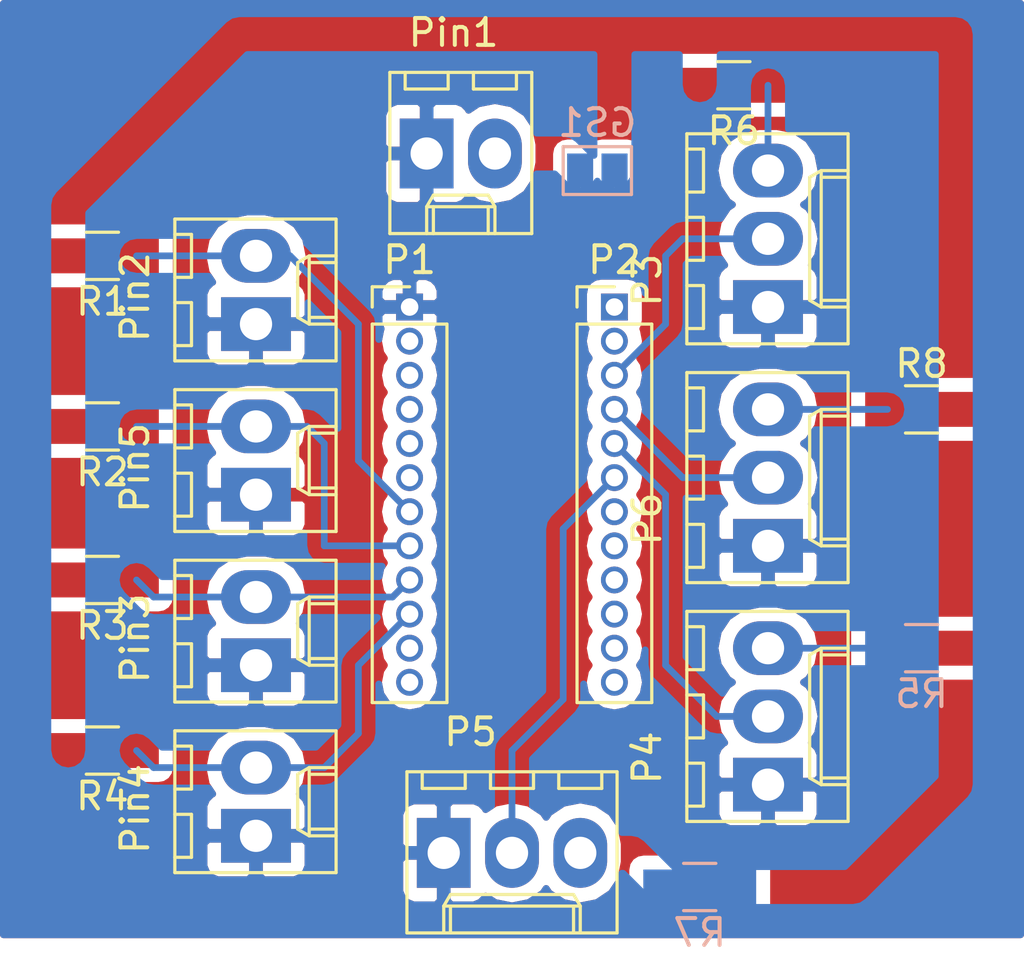
<source format=kicad_pcb>
(kicad_pcb (version 4) (host pcbnew 4.0.4-stable)

  (general
    (links 35)
    (no_connects 17)
    (area 120.015 94.615 158.115001 131.94)
    (thickness 1.6)
    (drawings 0)
    (tracks 38)
    (zones 0)
    (modules 20)
    (nets 30)
  )

  (page A4)
  (layers
    (0 F.Cu signal hide)
    (31 B.Cu signal)
    (32 B.Adhes user)
    (33 F.Adhes user)
    (34 B.Paste user)
    (35 F.Paste user)
    (36 B.SilkS user)
    (37 F.SilkS user)
    (38 B.Mask user)
    (39 F.Mask user)
    (40 Dwgs.User user)
    (41 Cmts.User user)
    (42 Eco1.User user)
    (43 Eco2.User user)
    (44 Edge.Cuts user)
    (45 Margin user)
    (46 B.CrtYd user)
    (47 F.CrtYd user)
    (48 B.Fab user)
    (49 F.Fab user)
  )

  (setup
    (last_trace_width 0.25)
    (trace_clearance 0.2)
    (zone_clearance 0.508)
    (zone_45_only no)
    (trace_min 0.3)
    (segment_width 0.2)
    (edge_width 0.15)
    (via_size 0.6)
    (via_drill 0.4)
    (via_min_size 0.4)
    (via_min_drill 0.3)
    (uvia_size 0.3)
    (uvia_drill 0.1)
    (uvias_allowed no)
    (uvia_min_size 0.2)
    (uvia_min_drill 0.1)
    (pcb_text_width 0.3)
    (pcb_text_size 1.5 1.5)
    (mod_edge_width 0.15)
    (mod_text_size 1 1)
    (mod_text_width 0.15)
    (pad_size 1.5 1.3)
    (pad_drill 0)
    (pad_to_mask_clearance 0.2)
    (aux_axis_origin 0 0)
    (visible_elements 7FFFFFFF)
    (pcbplotparams
      (layerselection 0x00030_80000001)
      (usegerberextensions false)
      (excludeedgelayer true)
      (linewidth 0.100000)
      (plotframeref false)
      (viasonmask false)
      (mode 1)
      (useauxorigin false)
      (hpglpennumber 1)
      (hpglpenspeed 20)
      (hpglpendiameter 15)
      (hpglpenoverlay 2)
      (psnegative false)
      (psa4output false)
      (plotreference true)
      (plotvalue true)
      (plotinvisibletext false)
      (padsonsilk false)
      (subtractmaskfromsilk false)
      (outputformat 1)
      (mirror false)
      (drillshape 1)
      (scaleselection 1)
      (outputdirectory ""))
  )

  (net 0 "")
  (net 1 "Net-(GS1-Pad1)")
  (net 2 VCC)
  (net 3 GND)
  (net 4 "Net-(P1-Pad2)")
  (net 5 "Net-(P1-Pad3)")
  (net 6 "Net-(P1-Pad4)")
  (net 7 "Net-(P1-Pad5)")
  (net 8 "Net-(P1-Pad6)")
  (net 9 "Net-(P1-Pad7)")
  (net 10 "Net-(P1-Pad8)")
  (net 11 "Net-(P1-Pad9)")
  (net 12 "Net-(P1-Pad10)")
  (net 13 "Net-(P1-Pad11)")
  (net 14 "Net-(P1-Pad12)")
  (net 15 "Net-(P2-Pad2)")
  (net 16 "Net-(P2-Pad3)")
  (net 17 "Net-(P2-Pad4)")
  (net 18 "Net-(P2-Pad5)")
  (net 19 "Net-(P2-Pad6)")
  (net 20 "Net-(P2-Pad7)")
  (net 21 "Net-(P2-Pad8)")
  (net 22 "Net-(P2-Pad9)")
  (net 23 "Net-(P2-Pad10)")
  (net 24 "Net-(P2-Pad11)")
  (net 25 "Net-(P2-Pad12)")
  (net 26 "Net-(P3-Pad3)")
  (net 27 "Net-(P4-Pad3)")
  (net 28 "Net-(P5-Pad3)")
  (net 29 "Net-(P6-Pad3)")

  (net_class Default "This is the default net class."
    (clearance 0.2)
    (trace_width 0.25)
    (via_dia 0.6)
    (via_drill 0.4)
    (uvia_dia 0.3)
    (uvia_drill 0.1)
    (add_net GND)
    (add_net "Net-(GS1-Pad1)")
    (add_net "Net-(P1-Pad10)")
    (add_net "Net-(P1-Pad11)")
    (add_net "Net-(P1-Pad12)")
    (add_net "Net-(P1-Pad2)")
    (add_net "Net-(P1-Pad3)")
    (add_net "Net-(P1-Pad4)")
    (add_net "Net-(P1-Pad5)")
    (add_net "Net-(P1-Pad6)")
    (add_net "Net-(P1-Pad7)")
    (add_net "Net-(P1-Pad8)")
    (add_net "Net-(P1-Pad9)")
    (add_net "Net-(P2-Pad10)")
    (add_net "Net-(P2-Pad11)")
    (add_net "Net-(P2-Pad12)")
    (add_net "Net-(P2-Pad2)")
    (add_net "Net-(P2-Pad3)")
    (add_net "Net-(P2-Pad4)")
    (add_net "Net-(P2-Pad5)")
    (add_net "Net-(P2-Pad6)")
    (add_net "Net-(P2-Pad7)")
    (add_net "Net-(P2-Pad8)")
    (add_net "Net-(P2-Pad9)")
    (add_net "Net-(P3-Pad3)")
    (add_net "Net-(P4-Pad3)")
    (add_net "Net-(P5-Pad3)")
    (add_net "Net-(P6-Pad3)")
    (add_net VCC)
  )

  (module Connect:GS2 (layer B.Cu) (tedit 586134A1) (tstamp 58CC3C94)
    (at 142.24 100.965 90)
    (descr "2-pin solder bridge")
    (tags "solder bridge")
    (path /58C9D6FE)
    (attr smd)
    (fp_text reference GS1 (at 1.78 0 360) (layer B.SilkS)
      (effects (font (size 1 1) (thickness 0.15)) (justify mirror))
    )
    (fp_text value GS2 (at -1.8 0 360) (layer B.Fab)
      (effects (font (size 1 1) (thickness 0.15)) (justify mirror))
    )
    (fp_line (start 1.1 1.45) (end 1.1 -1.5) (layer B.CrtYd) (width 0.05))
    (fp_line (start 1.1 -1.5) (end -1.1 -1.5) (layer B.CrtYd) (width 0.05))
    (fp_line (start -1.1 -1.5) (end -1.1 1.45) (layer B.CrtYd) (width 0.05))
    (fp_line (start -1.1 1.45) (end 1.1 1.45) (layer B.CrtYd) (width 0.05))
    (fp_line (start -0.89 1.27) (end -0.89 -1.27) (layer B.SilkS) (width 0.12))
    (fp_line (start 0.89 -1.27) (end 0.89 1.27) (layer B.SilkS) (width 0.12))
    (fp_line (start 0.89 -1.27) (end -0.89 -1.27) (layer B.SilkS) (width 0.12))
    (fp_line (start -0.89 1.27) (end 0.89 1.27) (layer B.SilkS) (width 0.12))
    (pad 1 smd rect (at 0 0.64 90) (size 1.27 0.97) (layers B.Cu B.Paste B.Mask)
      (net 1 "Net-(GS1-Pad1)"))
    (pad 2 smd rect (at 0 -0.64 90) (size 1.27 0.97) (layers B.Cu B.Paste B.Mask)
      (net 2 VCC))
  )

  (module Pin_Headers:Pin_Header_Straight_1x12_Pitch1.27mm (layer F.Cu) (tedit 5862ED5A) (tstamp 58CC3CA4)
    (at 135.255 106.045)
    (descr "Through hole straight pin header, 1x12, 1.27mm pitch, single row")
    (tags "Through hole pin header THT 1x12 1.27mm single row")
    (path /58C9C762)
    (fp_text reference P1 (at 0 -1.755) (layer F.SilkS)
      (effects (font (size 1 1) (thickness 0.15)))
    )
    (fp_text value CONN_01X12 (at 0 15.725) (layer F.Fab)
      (effects (font (size 1 1) (thickness 0.15)))
    )
    (fp_line (start -1.27 -0.635) (end -1.27 14.605) (layer F.Fab) (width 0.1))
    (fp_line (start -1.27 14.605) (end 1.27 14.605) (layer F.Fab) (width 0.1))
    (fp_line (start 1.27 14.605) (end 1.27 -0.635) (layer F.Fab) (width 0.1))
    (fp_line (start 1.27 -0.635) (end -1.27 -0.635) (layer F.Fab) (width 0.1))
    (fp_line (start -1.39 0.635) (end -1.39 14.725) (layer F.SilkS) (width 0.12))
    (fp_line (start -1.39 14.725) (end 1.39 14.725) (layer F.SilkS) (width 0.12))
    (fp_line (start 1.39 14.725) (end 1.39 0.635) (layer F.SilkS) (width 0.12))
    (fp_line (start 1.39 0.635) (end -1.39 0.635) (layer F.SilkS) (width 0.12))
    (fp_line (start -1.39 0) (end -1.39 -0.755) (layer F.SilkS) (width 0.12))
    (fp_line (start -1.39 -0.755) (end 0 -0.755) (layer F.SilkS) (width 0.12))
    (fp_line (start -1.6 -0.9) (end -1.6 14.9) (layer F.CrtYd) (width 0.05))
    (fp_line (start -1.6 14.9) (end 1.6 14.9) (layer F.CrtYd) (width 0.05))
    (fp_line (start 1.6 14.9) (end 1.6 -0.9) (layer F.CrtYd) (width 0.05))
    (fp_line (start 1.6 -0.9) (end -1.6 -0.9) (layer F.CrtYd) (width 0.05))
    (pad 1 thru_hole rect (at 0 0) (size 1 1) (drill 0.65) (layers *.Cu *.Mask)
      (net 3 GND))
    (pad 2 thru_hole oval (at 0 1.27) (size 1 1) (drill 0.65) (layers *.Cu *.Mask)
      (net 4 "Net-(P1-Pad2)"))
    (pad 3 thru_hole oval (at 0 2.54) (size 1 1) (drill 0.65) (layers *.Cu *.Mask)
      (net 5 "Net-(P1-Pad3)"))
    (pad 4 thru_hole oval (at 0 3.81) (size 1 1) (drill 0.65) (layers *.Cu *.Mask)
      (net 6 "Net-(P1-Pad4)"))
    (pad 5 thru_hole oval (at 0 5.08) (size 1 1) (drill 0.65) (layers *.Cu *.Mask)
      (net 7 "Net-(P1-Pad5)"))
    (pad 6 thru_hole oval (at 0 6.35) (size 1 1) (drill 0.65) (layers *.Cu *.Mask)
      (net 8 "Net-(P1-Pad6)"))
    (pad 7 thru_hole oval (at 0 7.62) (size 1 1) (drill 0.65) (layers *.Cu *.Mask)
      (net 9 "Net-(P1-Pad7)"))
    (pad 8 thru_hole oval (at 0 8.89) (size 1 1) (drill 0.65) (layers *.Cu *.Mask)
      (net 10 "Net-(P1-Pad8)"))
    (pad 9 thru_hole oval (at 0 10.16) (size 1 1) (drill 0.65) (layers *.Cu *.Mask)
      (net 11 "Net-(P1-Pad9)"))
    (pad 10 thru_hole oval (at 0 11.43) (size 1 1) (drill 0.65) (layers *.Cu *.Mask)
      (net 12 "Net-(P1-Pad10)"))
    (pad 11 thru_hole oval (at 0 12.7) (size 1 1) (drill 0.65) (layers *.Cu *.Mask)
      (net 13 "Net-(P1-Pad11)"))
    (pad 12 thru_hole oval (at 0 13.97) (size 1 1) (drill 0.65) (layers *.Cu *.Mask)
      (net 14 "Net-(P1-Pad12)"))
    (model Pin_Headers.3dshapes/Pin_Header_Straight_1x12_Pitch1.27mm.wrl
      (at (xyz 0 0 0))
      (scale (xyz 1 1 1))
      (rotate (xyz 0 0 0))
    )
  )

  (module Pin_Headers:Pin_Header_Straight_1x12_Pitch1.27mm (layer F.Cu) (tedit 5862ED5A) (tstamp 58CC3CB4)
    (at 142.875 106.045)
    (descr "Through hole straight pin header, 1x12, 1.27mm pitch, single row")
    (tags "Through hole pin header THT 1x12 1.27mm single row")
    (path /58C9C85F)
    (fp_text reference P2 (at 0 -1.755) (layer F.SilkS)
      (effects (font (size 1 1) (thickness 0.15)))
    )
    (fp_text value CONN_01X12 (at 0 15.725) (layer F.Fab)
      (effects (font (size 1 1) (thickness 0.15)))
    )
    (fp_line (start -1.27 -0.635) (end -1.27 14.605) (layer F.Fab) (width 0.1))
    (fp_line (start -1.27 14.605) (end 1.27 14.605) (layer F.Fab) (width 0.1))
    (fp_line (start 1.27 14.605) (end 1.27 -0.635) (layer F.Fab) (width 0.1))
    (fp_line (start 1.27 -0.635) (end -1.27 -0.635) (layer F.Fab) (width 0.1))
    (fp_line (start -1.39 0.635) (end -1.39 14.725) (layer F.SilkS) (width 0.12))
    (fp_line (start -1.39 14.725) (end 1.39 14.725) (layer F.SilkS) (width 0.12))
    (fp_line (start 1.39 14.725) (end 1.39 0.635) (layer F.SilkS) (width 0.12))
    (fp_line (start 1.39 0.635) (end -1.39 0.635) (layer F.SilkS) (width 0.12))
    (fp_line (start -1.39 0) (end -1.39 -0.755) (layer F.SilkS) (width 0.12))
    (fp_line (start -1.39 -0.755) (end 0 -0.755) (layer F.SilkS) (width 0.12))
    (fp_line (start -1.6 -0.9) (end -1.6 14.9) (layer F.CrtYd) (width 0.05))
    (fp_line (start -1.6 14.9) (end 1.6 14.9) (layer F.CrtYd) (width 0.05))
    (fp_line (start 1.6 14.9) (end 1.6 -0.9) (layer F.CrtYd) (width 0.05))
    (fp_line (start 1.6 -0.9) (end -1.6 -0.9) (layer F.CrtYd) (width 0.05))
    (pad 1 thru_hole rect (at 0 0) (size 1 1) (drill 0.65) (layers *.Cu *.Mask)
      (net 1 "Net-(GS1-Pad1)"))
    (pad 2 thru_hole oval (at 0 1.27) (size 1 1) (drill 0.65) (layers *.Cu *.Mask)
      (net 15 "Net-(P2-Pad2)"))
    (pad 3 thru_hole oval (at 0 2.54) (size 1 1) (drill 0.65) (layers *.Cu *.Mask)
      (net 16 "Net-(P2-Pad3)"))
    (pad 4 thru_hole oval (at 0 3.81) (size 1 1) (drill 0.65) (layers *.Cu *.Mask)
      (net 17 "Net-(P2-Pad4)"))
    (pad 5 thru_hole oval (at 0 5.08) (size 1 1) (drill 0.65) (layers *.Cu *.Mask)
      (net 18 "Net-(P2-Pad5)"))
    (pad 6 thru_hole oval (at 0 6.35) (size 1 1) (drill 0.65) (layers *.Cu *.Mask)
      (net 19 "Net-(P2-Pad6)"))
    (pad 7 thru_hole oval (at 0 7.62) (size 1 1) (drill 0.65) (layers *.Cu *.Mask)
      (net 20 "Net-(P2-Pad7)"))
    (pad 8 thru_hole oval (at 0 8.89) (size 1 1) (drill 0.65) (layers *.Cu *.Mask)
      (net 21 "Net-(P2-Pad8)"))
    (pad 9 thru_hole oval (at 0 10.16) (size 1 1) (drill 0.65) (layers *.Cu *.Mask)
      (net 22 "Net-(P2-Pad9)"))
    (pad 10 thru_hole oval (at 0 11.43) (size 1 1) (drill 0.65) (layers *.Cu *.Mask)
      (net 23 "Net-(P2-Pad10)"))
    (pad 11 thru_hole oval (at 0 12.7) (size 1 1) (drill 0.65) (layers *.Cu *.Mask)
      (net 24 "Net-(P2-Pad11)"))
    (pad 12 thru_hole oval (at 0 13.97) (size 1 1) (drill 0.65) (layers *.Cu *.Mask)
      (net 25 "Net-(P2-Pad12)"))
    (model Pin_Headers.3dshapes/Pin_Header_Straight_1x12_Pitch1.27mm.wrl
      (at (xyz 0 0 0))
      (scale (xyz 1 1 1))
      (rotate (xyz 0 0 0))
    )
  )

  (module Connectors_Molex:Molex_KK-6410-03_03x2.54mm_Straight (layer F.Cu) (tedit 56C6219D) (tstamp 58CC3CBB)
    (at 148.59 106.045 90)
    (descr "Connector Headers with Friction Lock, 22-27-2031, http://www.molex.com/pdm_docs/sd/022272021_sd.pdf")
    (tags "connector molex kk_6410 22-27-2031")
    (path /58C9CC45)
    (fp_text reference P3 (at 1 -4.5 90) (layer F.SilkS)
      (effects (font (size 1 1) (thickness 0.15)))
    )
    (fp_text value CONN_01X03 (at 2.54 4.5 90) (layer F.Fab)
      (effects (font (size 1 1) (thickness 0.15)))
    )
    (fp_line (start -1.37 -3.02) (end -1.37 2.98) (layer F.SilkS) (width 0.12))
    (fp_line (start -1.37 2.98) (end 6.45 2.98) (layer F.SilkS) (width 0.12))
    (fp_line (start 6.45 2.98) (end 6.45 -3.02) (layer F.SilkS) (width 0.12))
    (fp_line (start 6.45 -3.02) (end -1.37 -3.02) (layer F.SilkS) (width 0.12))
    (fp_line (start 0 2.98) (end 0 1.98) (layer F.SilkS) (width 0.12))
    (fp_line (start 0 1.98) (end 5.08 1.98) (layer F.SilkS) (width 0.12))
    (fp_line (start 5.08 1.98) (end 5.08 2.98) (layer F.SilkS) (width 0.12))
    (fp_line (start 0 1.98) (end 0.25 1.55) (layer F.SilkS) (width 0.12))
    (fp_line (start 0.25 1.55) (end 4.83 1.55) (layer F.SilkS) (width 0.12))
    (fp_line (start 4.83 1.55) (end 5.08 1.98) (layer F.SilkS) (width 0.12))
    (fp_line (start 0.25 2.98) (end 0.25 1.98) (layer F.SilkS) (width 0.12))
    (fp_line (start 4.83 2.98) (end 4.83 1.98) (layer F.SilkS) (width 0.12))
    (fp_line (start -0.8 -3.02) (end -0.8 -2.4) (layer F.SilkS) (width 0.12))
    (fp_line (start -0.8 -2.4) (end 0.8 -2.4) (layer F.SilkS) (width 0.12))
    (fp_line (start 0.8 -2.4) (end 0.8 -3.02) (layer F.SilkS) (width 0.12))
    (fp_line (start 1.74 -3.02) (end 1.74 -2.4) (layer F.SilkS) (width 0.12))
    (fp_line (start 1.74 -2.4) (end 3.34 -2.4) (layer F.SilkS) (width 0.12))
    (fp_line (start 3.34 -2.4) (end 3.34 -3.02) (layer F.SilkS) (width 0.12))
    (fp_line (start 4.28 -3.02) (end 4.28 -2.4) (layer F.SilkS) (width 0.12))
    (fp_line (start 4.28 -2.4) (end 5.88 -2.4) (layer F.SilkS) (width 0.12))
    (fp_line (start 5.88 -2.4) (end 5.88 -3.02) (layer F.SilkS) (width 0.12))
    (fp_line (start -1.9 3.5) (end -1.9 -3.55) (layer F.CrtYd) (width 0.05))
    (fp_line (start -1.9 -3.55) (end 7 -3.55) (layer F.CrtYd) (width 0.05))
    (fp_line (start 7 -3.55) (end 7 3.5) (layer F.CrtYd) (width 0.05))
    (fp_line (start 7 3.5) (end -1.9 3.5) (layer F.CrtYd) (width 0.05))
    (pad 1 thru_hole rect (at 0 0 90) (size 2 2.6) (drill 1.2) (layers *.Cu *.Mask)
      (net 3 GND))
    (pad 2 thru_hole oval (at 2.54 0 90) (size 2 2.6) (drill 1.2) (layers *.Cu *.Mask)
      (net 16 "Net-(P2-Pad3)"))
    (pad 3 thru_hole oval (at 5.08 0 90) (size 2 2.6) (drill 1.2) (layers *.Cu *.Mask)
      (net 26 "Net-(P3-Pad3)"))
  )

  (module Connectors_Molex:Molex_KK-6410-03_03x2.54mm_Straight (layer F.Cu) (tedit 56C6219D) (tstamp 58CC3CC2)
    (at 148.59 123.825 90)
    (descr "Connector Headers with Friction Lock, 22-27-2031, http://www.molex.com/pdm_docs/sd/022272021_sd.pdf")
    (tags "connector molex kk_6410 22-27-2031")
    (path /58C9F7C9)
    (fp_text reference P4 (at 1 -4.5 90) (layer F.SilkS)
      (effects (font (size 1 1) (thickness 0.15)))
    )
    (fp_text value CONN_01X03 (at 2.54 4.5 90) (layer F.Fab)
      (effects (font (size 1 1) (thickness 0.15)))
    )
    (fp_line (start -1.37 -3.02) (end -1.37 2.98) (layer F.SilkS) (width 0.12))
    (fp_line (start -1.37 2.98) (end 6.45 2.98) (layer F.SilkS) (width 0.12))
    (fp_line (start 6.45 2.98) (end 6.45 -3.02) (layer F.SilkS) (width 0.12))
    (fp_line (start 6.45 -3.02) (end -1.37 -3.02) (layer F.SilkS) (width 0.12))
    (fp_line (start 0 2.98) (end 0 1.98) (layer F.SilkS) (width 0.12))
    (fp_line (start 0 1.98) (end 5.08 1.98) (layer F.SilkS) (width 0.12))
    (fp_line (start 5.08 1.98) (end 5.08 2.98) (layer F.SilkS) (width 0.12))
    (fp_line (start 0 1.98) (end 0.25 1.55) (layer F.SilkS) (width 0.12))
    (fp_line (start 0.25 1.55) (end 4.83 1.55) (layer F.SilkS) (width 0.12))
    (fp_line (start 4.83 1.55) (end 5.08 1.98) (layer F.SilkS) (width 0.12))
    (fp_line (start 0.25 2.98) (end 0.25 1.98) (layer F.SilkS) (width 0.12))
    (fp_line (start 4.83 2.98) (end 4.83 1.98) (layer F.SilkS) (width 0.12))
    (fp_line (start -0.8 -3.02) (end -0.8 -2.4) (layer F.SilkS) (width 0.12))
    (fp_line (start -0.8 -2.4) (end 0.8 -2.4) (layer F.SilkS) (width 0.12))
    (fp_line (start 0.8 -2.4) (end 0.8 -3.02) (layer F.SilkS) (width 0.12))
    (fp_line (start 1.74 -3.02) (end 1.74 -2.4) (layer F.SilkS) (width 0.12))
    (fp_line (start 1.74 -2.4) (end 3.34 -2.4) (layer F.SilkS) (width 0.12))
    (fp_line (start 3.34 -2.4) (end 3.34 -3.02) (layer F.SilkS) (width 0.12))
    (fp_line (start 4.28 -3.02) (end 4.28 -2.4) (layer F.SilkS) (width 0.12))
    (fp_line (start 4.28 -2.4) (end 5.88 -2.4) (layer F.SilkS) (width 0.12))
    (fp_line (start 5.88 -2.4) (end 5.88 -3.02) (layer F.SilkS) (width 0.12))
    (fp_line (start -1.9 3.5) (end -1.9 -3.55) (layer F.CrtYd) (width 0.05))
    (fp_line (start -1.9 -3.55) (end 7 -3.55) (layer F.CrtYd) (width 0.05))
    (fp_line (start 7 -3.55) (end 7 3.5) (layer F.CrtYd) (width 0.05))
    (fp_line (start 7 3.5) (end -1.9 3.5) (layer F.CrtYd) (width 0.05))
    (pad 1 thru_hole rect (at 0 0 90) (size 2 2.6) (drill 1.2) (layers *.Cu *.Mask)
      (net 3 GND))
    (pad 2 thru_hole oval (at 2.54 0 90) (size 2 2.6) (drill 1.2) (layers *.Cu *.Mask)
      (net 18 "Net-(P2-Pad5)"))
    (pad 3 thru_hole oval (at 5.08 0 90) (size 2 2.6) (drill 1.2) (layers *.Cu *.Mask)
      (net 27 "Net-(P4-Pad3)"))
  )

  (module Connectors_Molex:Molex_KK-6410-03_03x2.54mm_Straight (layer F.Cu) (tedit 56C6219D) (tstamp 58CC3CC9)
    (at 136.525 126.365)
    (descr "Connector Headers with Friction Lock, 22-27-2031, http://www.molex.com/pdm_docs/sd/022272021_sd.pdf")
    (tags "connector molex kk_6410 22-27-2031")
    (path /58C9F80B)
    (fp_text reference P5 (at 1 -4.5) (layer F.SilkS)
      (effects (font (size 1 1) (thickness 0.15)))
    )
    (fp_text value CONN_01X03 (at 2.54 4.5) (layer F.Fab)
      (effects (font (size 1 1) (thickness 0.15)))
    )
    (fp_line (start -1.37 -3.02) (end -1.37 2.98) (layer F.SilkS) (width 0.12))
    (fp_line (start -1.37 2.98) (end 6.45 2.98) (layer F.SilkS) (width 0.12))
    (fp_line (start 6.45 2.98) (end 6.45 -3.02) (layer F.SilkS) (width 0.12))
    (fp_line (start 6.45 -3.02) (end -1.37 -3.02) (layer F.SilkS) (width 0.12))
    (fp_line (start 0 2.98) (end 0 1.98) (layer F.SilkS) (width 0.12))
    (fp_line (start 0 1.98) (end 5.08 1.98) (layer F.SilkS) (width 0.12))
    (fp_line (start 5.08 1.98) (end 5.08 2.98) (layer F.SilkS) (width 0.12))
    (fp_line (start 0 1.98) (end 0.25 1.55) (layer F.SilkS) (width 0.12))
    (fp_line (start 0.25 1.55) (end 4.83 1.55) (layer F.SilkS) (width 0.12))
    (fp_line (start 4.83 1.55) (end 5.08 1.98) (layer F.SilkS) (width 0.12))
    (fp_line (start 0.25 2.98) (end 0.25 1.98) (layer F.SilkS) (width 0.12))
    (fp_line (start 4.83 2.98) (end 4.83 1.98) (layer F.SilkS) (width 0.12))
    (fp_line (start -0.8 -3.02) (end -0.8 -2.4) (layer F.SilkS) (width 0.12))
    (fp_line (start -0.8 -2.4) (end 0.8 -2.4) (layer F.SilkS) (width 0.12))
    (fp_line (start 0.8 -2.4) (end 0.8 -3.02) (layer F.SilkS) (width 0.12))
    (fp_line (start 1.74 -3.02) (end 1.74 -2.4) (layer F.SilkS) (width 0.12))
    (fp_line (start 1.74 -2.4) (end 3.34 -2.4) (layer F.SilkS) (width 0.12))
    (fp_line (start 3.34 -2.4) (end 3.34 -3.02) (layer F.SilkS) (width 0.12))
    (fp_line (start 4.28 -3.02) (end 4.28 -2.4) (layer F.SilkS) (width 0.12))
    (fp_line (start 4.28 -2.4) (end 5.88 -2.4) (layer F.SilkS) (width 0.12))
    (fp_line (start 5.88 -2.4) (end 5.88 -3.02) (layer F.SilkS) (width 0.12))
    (fp_line (start -1.9 3.5) (end -1.9 -3.55) (layer F.CrtYd) (width 0.05))
    (fp_line (start -1.9 -3.55) (end 7 -3.55) (layer F.CrtYd) (width 0.05))
    (fp_line (start 7 -3.55) (end 7 3.5) (layer F.CrtYd) (width 0.05))
    (fp_line (start 7 3.5) (end -1.9 3.5) (layer F.CrtYd) (width 0.05))
    (pad 1 thru_hole rect (at 0 0) (size 2 2.6) (drill 1.2) (layers *.Cu *.Mask)
      (net 3 GND))
    (pad 2 thru_hole oval (at 2.54 0) (size 2 2.6) (drill 1.2) (layers *.Cu *.Mask)
      (net 19 "Net-(P2-Pad6)"))
    (pad 3 thru_hole oval (at 5.08 0) (size 2 2.6) (drill 1.2) (layers *.Cu *.Mask)
      (net 28 "Net-(P5-Pad3)"))
  )

  (module Connectors_Molex:Molex_KK-6410-03_03x2.54mm_Straight (layer F.Cu) (tedit 56C6219D) (tstamp 58CC3CD0)
    (at 148.59 114.935 90)
    (descr "Connector Headers with Friction Lock, 22-27-2031, http://www.molex.com/pdm_docs/sd/022272021_sd.pdf")
    (tags "connector molex kk_6410 22-27-2031")
    (path /58C9F78A)
    (fp_text reference P6 (at 1 -4.5 90) (layer F.SilkS)
      (effects (font (size 1 1) (thickness 0.15)))
    )
    (fp_text value CONN_01X03 (at 2.54 4.5 90) (layer F.Fab)
      (effects (font (size 1 1) (thickness 0.15)))
    )
    (fp_line (start -1.37 -3.02) (end -1.37 2.98) (layer F.SilkS) (width 0.12))
    (fp_line (start -1.37 2.98) (end 6.45 2.98) (layer F.SilkS) (width 0.12))
    (fp_line (start 6.45 2.98) (end 6.45 -3.02) (layer F.SilkS) (width 0.12))
    (fp_line (start 6.45 -3.02) (end -1.37 -3.02) (layer F.SilkS) (width 0.12))
    (fp_line (start 0 2.98) (end 0 1.98) (layer F.SilkS) (width 0.12))
    (fp_line (start 0 1.98) (end 5.08 1.98) (layer F.SilkS) (width 0.12))
    (fp_line (start 5.08 1.98) (end 5.08 2.98) (layer F.SilkS) (width 0.12))
    (fp_line (start 0 1.98) (end 0.25 1.55) (layer F.SilkS) (width 0.12))
    (fp_line (start 0.25 1.55) (end 4.83 1.55) (layer F.SilkS) (width 0.12))
    (fp_line (start 4.83 1.55) (end 5.08 1.98) (layer F.SilkS) (width 0.12))
    (fp_line (start 0.25 2.98) (end 0.25 1.98) (layer F.SilkS) (width 0.12))
    (fp_line (start 4.83 2.98) (end 4.83 1.98) (layer F.SilkS) (width 0.12))
    (fp_line (start -0.8 -3.02) (end -0.8 -2.4) (layer F.SilkS) (width 0.12))
    (fp_line (start -0.8 -2.4) (end 0.8 -2.4) (layer F.SilkS) (width 0.12))
    (fp_line (start 0.8 -2.4) (end 0.8 -3.02) (layer F.SilkS) (width 0.12))
    (fp_line (start 1.74 -3.02) (end 1.74 -2.4) (layer F.SilkS) (width 0.12))
    (fp_line (start 1.74 -2.4) (end 3.34 -2.4) (layer F.SilkS) (width 0.12))
    (fp_line (start 3.34 -2.4) (end 3.34 -3.02) (layer F.SilkS) (width 0.12))
    (fp_line (start 4.28 -3.02) (end 4.28 -2.4) (layer F.SilkS) (width 0.12))
    (fp_line (start 4.28 -2.4) (end 5.88 -2.4) (layer F.SilkS) (width 0.12))
    (fp_line (start 5.88 -2.4) (end 5.88 -3.02) (layer F.SilkS) (width 0.12))
    (fp_line (start -1.9 3.5) (end -1.9 -3.55) (layer F.CrtYd) (width 0.05))
    (fp_line (start -1.9 -3.55) (end 7 -3.55) (layer F.CrtYd) (width 0.05))
    (fp_line (start 7 -3.55) (end 7 3.5) (layer F.CrtYd) (width 0.05))
    (fp_line (start 7 3.5) (end -1.9 3.5) (layer F.CrtYd) (width 0.05))
    (pad 1 thru_hole rect (at 0 0 90) (size 2 2.6) (drill 1.2) (layers *.Cu *.Mask)
      (net 3 GND))
    (pad 2 thru_hole oval (at 2.54 0 90) (size 2 2.6) (drill 1.2) (layers *.Cu *.Mask)
      (net 17 "Net-(P2-Pad4)"))
    (pad 3 thru_hole oval (at 5.08 0 90) (size 2 2.6) (drill 1.2) (layers *.Cu *.Mask)
      (net 29 "Net-(P6-Pad3)"))
  )

  (module Connectors_Molex:Molex_KK-6410-02_02x2.54mm_Straight (layer F.Cu) (tedit 56C6219C) (tstamp 58CC3CD6)
    (at 135.89 100.33)
    (descr "Connector Headers with Friction Lock, 22-27-2021, http://www.molex.com/pdm_docs/sd/022272021_sd.pdf")
    (tags "connector molex kk_6410 22-27-2021")
    (path /58CA5776)
    (fp_text reference Pin1 (at 1 -4.5) (layer F.SilkS)
      (effects (font (size 1 1) (thickness 0.15)))
    )
    (fp_text value CONN_01X02 (at 1.27 4.5) (layer F.Fab)
      (effects (font (size 1 1) (thickness 0.15)))
    )
    (fp_line (start -1.37 -3.02) (end -1.37 2.98) (layer F.SilkS) (width 0.12))
    (fp_line (start -1.37 2.98) (end 3.91 2.98) (layer F.SilkS) (width 0.12))
    (fp_line (start 3.91 2.98) (end 3.91 -3.02) (layer F.SilkS) (width 0.12))
    (fp_line (start 3.91 -3.02) (end -1.37 -3.02) (layer F.SilkS) (width 0.12))
    (fp_line (start 0 2.98) (end 0 1.98) (layer F.SilkS) (width 0.12))
    (fp_line (start 0 1.98) (end 2.54 1.98) (layer F.SilkS) (width 0.12))
    (fp_line (start 2.54 1.98) (end 2.54 2.98) (layer F.SilkS) (width 0.12))
    (fp_line (start 0 1.98) (end 0.25 1.55) (layer F.SilkS) (width 0.12))
    (fp_line (start 0.25 1.55) (end 2.29 1.55) (layer F.SilkS) (width 0.12))
    (fp_line (start 2.29 1.55) (end 2.54 1.98) (layer F.SilkS) (width 0.12))
    (fp_line (start 0.25 2.98) (end 0.25 1.98) (layer F.SilkS) (width 0.12))
    (fp_line (start 2.29 2.98) (end 2.29 1.98) (layer F.SilkS) (width 0.12))
    (fp_line (start -0.8 -3.02) (end -0.8 -2.4) (layer F.SilkS) (width 0.12))
    (fp_line (start -0.8 -2.4) (end 0.8 -2.4) (layer F.SilkS) (width 0.12))
    (fp_line (start 0.8 -2.4) (end 0.8 -3.02) (layer F.SilkS) (width 0.12))
    (fp_line (start 1.74 -3.02) (end 1.74 -2.4) (layer F.SilkS) (width 0.12))
    (fp_line (start 1.74 -2.4) (end 3.34 -2.4) (layer F.SilkS) (width 0.12))
    (fp_line (start 3.34 -2.4) (end 3.34 -3.02) (layer F.SilkS) (width 0.12))
    (fp_line (start -1.9 3.5) (end -1.9 -3.55) (layer F.CrtYd) (width 0.05))
    (fp_line (start -1.9 -3.55) (end 4.45 -3.55) (layer F.CrtYd) (width 0.05))
    (fp_line (start 4.45 -3.55) (end 4.45 3.5) (layer F.CrtYd) (width 0.05))
    (fp_line (start 4.45 3.5) (end -1.9 3.5) (layer F.CrtYd) (width 0.05))
    (pad 1 thru_hole rect (at 0 0) (size 2 2.6) (drill 1.2) (layers *.Cu *.Mask)
      (net 3 GND))
    (pad 2 thru_hole oval (at 2.54 0) (size 2 2.6) (drill 1.2) (layers *.Cu *.Mask)
      (net 2 VCC))
  )

  (module Connectors_Molex:Molex_KK-6410-02_02x2.54mm_Straight (layer F.Cu) (tedit 56C6219C) (tstamp 58CC3CDC)
    (at 129.54 106.68 90)
    (descr "Connector Headers with Friction Lock, 22-27-2021, http://www.molex.com/pdm_docs/sd/022272021_sd.pdf")
    (tags "connector molex kk_6410 22-27-2021")
    (path /58C9BD32)
    (fp_text reference Pin2 (at 1 -4.5 90) (layer F.SilkS)
      (effects (font (size 1 1) (thickness 0.15)))
    )
    (fp_text value CONN_01X02 (at 1.27 4.5 90) (layer F.Fab)
      (effects (font (size 1 1) (thickness 0.15)))
    )
    (fp_line (start -1.37 -3.02) (end -1.37 2.98) (layer F.SilkS) (width 0.12))
    (fp_line (start -1.37 2.98) (end 3.91 2.98) (layer F.SilkS) (width 0.12))
    (fp_line (start 3.91 2.98) (end 3.91 -3.02) (layer F.SilkS) (width 0.12))
    (fp_line (start 3.91 -3.02) (end -1.37 -3.02) (layer F.SilkS) (width 0.12))
    (fp_line (start 0 2.98) (end 0 1.98) (layer F.SilkS) (width 0.12))
    (fp_line (start 0 1.98) (end 2.54 1.98) (layer F.SilkS) (width 0.12))
    (fp_line (start 2.54 1.98) (end 2.54 2.98) (layer F.SilkS) (width 0.12))
    (fp_line (start 0 1.98) (end 0.25 1.55) (layer F.SilkS) (width 0.12))
    (fp_line (start 0.25 1.55) (end 2.29 1.55) (layer F.SilkS) (width 0.12))
    (fp_line (start 2.29 1.55) (end 2.54 1.98) (layer F.SilkS) (width 0.12))
    (fp_line (start 0.25 2.98) (end 0.25 1.98) (layer F.SilkS) (width 0.12))
    (fp_line (start 2.29 2.98) (end 2.29 1.98) (layer F.SilkS) (width 0.12))
    (fp_line (start -0.8 -3.02) (end -0.8 -2.4) (layer F.SilkS) (width 0.12))
    (fp_line (start -0.8 -2.4) (end 0.8 -2.4) (layer F.SilkS) (width 0.12))
    (fp_line (start 0.8 -2.4) (end 0.8 -3.02) (layer F.SilkS) (width 0.12))
    (fp_line (start 1.74 -3.02) (end 1.74 -2.4) (layer F.SilkS) (width 0.12))
    (fp_line (start 1.74 -2.4) (end 3.34 -2.4) (layer F.SilkS) (width 0.12))
    (fp_line (start 3.34 -2.4) (end 3.34 -3.02) (layer F.SilkS) (width 0.12))
    (fp_line (start -1.9 3.5) (end -1.9 -3.55) (layer F.CrtYd) (width 0.05))
    (fp_line (start -1.9 -3.55) (end 4.45 -3.55) (layer F.CrtYd) (width 0.05))
    (fp_line (start 4.45 -3.55) (end 4.45 3.5) (layer F.CrtYd) (width 0.05))
    (fp_line (start 4.45 3.5) (end -1.9 3.5) (layer F.CrtYd) (width 0.05))
    (pad 1 thru_hole rect (at 0 0 90) (size 2 2.6) (drill 1.2) (layers *.Cu *.Mask)
      (net 3 GND))
    (pad 2 thru_hole oval (at 2.54 0 90) (size 2 2.6) (drill 1.2) (layers *.Cu *.Mask)
      (net 9 "Net-(P1-Pad7)"))
  )

  (module Connectors_Molex:Molex_KK-6410-02_02x2.54mm_Straight (layer F.Cu) (tedit 56C6219C) (tstamp 58CC3CE2)
    (at 129.54 119.38 90)
    (descr "Connector Headers with Friction Lock, 22-27-2021, http://www.molex.com/pdm_docs/sd/022272021_sd.pdf")
    (tags "connector molex kk_6410 22-27-2021")
    (path /58C9E766)
    (fp_text reference Pin3 (at 1 -4.5 90) (layer F.SilkS)
      (effects (font (size 1 1) (thickness 0.15)))
    )
    (fp_text value CONN_01X02 (at 1.27 4.5 90) (layer F.Fab)
      (effects (font (size 1 1) (thickness 0.15)))
    )
    (fp_line (start -1.37 -3.02) (end -1.37 2.98) (layer F.SilkS) (width 0.12))
    (fp_line (start -1.37 2.98) (end 3.91 2.98) (layer F.SilkS) (width 0.12))
    (fp_line (start 3.91 2.98) (end 3.91 -3.02) (layer F.SilkS) (width 0.12))
    (fp_line (start 3.91 -3.02) (end -1.37 -3.02) (layer F.SilkS) (width 0.12))
    (fp_line (start 0 2.98) (end 0 1.98) (layer F.SilkS) (width 0.12))
    (fp_line (start 0 1.98) (end 2.54 1.98) (layer F.SilkS) (width 0.12))
    (fp_line (start 2.54 1.98) (end 2.54 2.98) (layer F.SilkS) (width 0.12))
    (fp_line (start 0 1.98) (end 0.25 1.55) (layer F.SilkS) (width 0.12))
    (fp_line (start 0.25 1.55) (end 2.29 1.55) (layer F.SilkS) (width 0.12))
    (fp_line (start 2.29 1.55) (end 2.54 1.98) (layer F.SilkS) (width 0.12))
    (fp_line (start 0.25 2.98) (end 0.25 1.98) (layer F.SilkS) (width 0.12))
    (fp_line (start 2.29 2.98) (end 2.29 1.98) (layer F.SilkS) (width 0.12))
    (fp_line (start -0.8 -3.02) (end -0.8 -2.4) (layer F.SilkS) (width 0.12))
    (fp_line (start -0.8 -2.4) (end 0.8 -2.4) (layer F.SilkS) (width 0.12))
    (fp_line (start 0.8 -2.4) (end 0.8 -3.02) (layer F.SilkS) (width 0.12))
    (fp_line (start 1.74 -3.02) (end 1.74 -2.4) (layer F.SilkS) (width 0.12))
    (fp_line (start 1.74 -2.4) (end 3.34 -2.4) (layer F.SilkS) (width 0.12))
    (fp_line (start 3.34 -2.4) (end 3.34 -3.02) (layer F.SilkS) (width 0.12))
    (fp_line (start -1.9 3.5) (end -1.9 -3.55) (layer F.CrtYd) (width 0.05))
    (fp_line (start -1.9 -3.55) (end 4.45 -3.55) (layer F.CrtYd) (width 0.05))
    (fp_line (start 4.45 -3.55) (end 4.45 3.5) (layer F.CrtYd) (width 0.05))
    (fp_line (start 4.45 3.5) (end -1.9 3.5) (layer F.CrtYd) (width 0.05))
    (pad 1 thru_hole rect (at 0 0 90) (size 2 2.6) (drill 1.2) (layers *.Cu *.Mask)
      (net 3 GND))
    (pad 2 thru_hole oval (at 2.54 0 90) (size 2 2.6) (drill 1.2) (layers *.Cu *.Mask)
      (net 11 "Net-(P1-Pad9)"))
  )

  (module Connectors_Molex:Molex_KK-6410-02_02x2.54mm_Straight (layer F.Cu) (tedit 56C6219C) (tstamp 58CC3CE8)
    (at 129.54 125.73 90)
    (descr "Connector Headers with Friction Lock, 22-27-2021, http://www.molex.com/pdm_docs/sd/022272021_sd.pdf")
    (tags "connector molex kk_6410 22-27-2021")
    (path /58C9E7A4)
    (fp_text reference Pin4 (at 1 -4.5 90) (layer F.SilkS)
      (effects (font (size 1 1) (thickness 0.15)))
    )
    (fp_text value CONN_01X02 (at 1.27 4.5 90) (layer F.Fab)
      (effects (font (size 1 1) (thickness 0.15)))
    )
    (fp_line (start -1.37 -3.02) (end -1.37 2.98) (layer F.SilkS) (width 0.12))
    (fp_line (start -1.37 2.98) (end 3.91 2.98) (layer F.SilkS) (width 0.12))
    (fp_line (start 3.91 2.98) (end 3.91 -3.02) (layer F.SilkS) (width 0.12))
    (fp_line (start 3.91 -3.02) (end -1.37 -3.02) (layer F.SilkS) (width 0.12))
    (fp_line (start 0 2.98) (end 0 1.98) (layer F.SilkS) (width 0.12))
    (fp_line (start 0 1.98) (end 2.54 1.98) (layer F.SilkS) (width 0.12))
    (fp_line (start 2.54 1.98) (end 2.54 2.98) (layer F.SilkS) (width 0.12))
    (fp_line (start 0 1.98) (end 0.25 1.55) (layer F.SilkS) (width 0.12))
    (fp_line (start 0.25 1.55) (end 2.29 1.55) (layer F.SilkS) (width 0.12))
    (fp_line (start 2.29 1.55) (end 2.54 1.98) (layer F.SilkS) (width 0.12))
    (fp_line (start 0.25 2.98) (end 0.25 1.98) (layer F.SilkS) (width 0.12))
    (fp_line (start 2.29 2.98) (end 2.29 1.98) (layer F.SilkS) (width 0.12))
    (fp_line (start -0.8 -3.02) (end -0.8 -2.4) (layer F.SilkS) (width 0.12))
    (fp_line (start -0.8 -2.4) (end 0.8 -2.4) (layer F.SilkS) (width 0.12))
    (fp_line (start 0.8 -2.4) (end 0.8 -3.02) (layer F.SilkS) (width 0.12))
    (fp_line (start 1.74 -3.02) (end 1.74 -2.4) (layer F.SilkS) (width 0.12))
    (fp_line (start 1.74 -2.4) (end 3.34 -2.4) (layer F.SilkS) (width 0.12))
    (fp_line (start 3.34 -2.4) (end 3.34 -3.02) (layer F.SilkS) (width 0.12))
    (fp_line (start -1.9 3.5) (end -1.9 -3.55) (layer F.CrtYd) (width 0.05))
    (fp_line (start -1.9 -3.55) (end 4.45 -3.55) (layer F.CrtYd) (width 0.05))
    (fp_line (start 4.45 -3.55) (end 4.45 3.5) (layer F.CrtYd) (width 0.05))
    (fp_line (start 4.45 3.5) (end -1.9 3.5) (layer F.CrtYd) (width 0.05))
    (pad 1 thru_hole rect (at 0 0 90) (size 2 2.6) (drill 1.2) (layers *.Cu *.Mask)
      (net 3 GND))
    (pad 2 thru_hole oval (at 2.54 0 90) (size 2 2.6) (drill 1.2) (layers *.Cu *.Mask)
      (net 12 "Net-(P1-Pad10)"))
  )

  (module Connectors_Molex:Molex_KK-6410-02_02x2.54mm_Straight (layer F.Cu) (tedit 58CC3D55) (tstamp 58CC3CEE)
    (at 129.54 113.03 90)
    (descr "Connector Headers with Friction Lock, 22-27-2021, http://www.molex.com/pdm_docs/sd/022272021_sd.pdf")
    (tags "connector molex kk_6410 22-27-2021")
    (path /58C9E6B8)
    (fp_text reference Pin5 (at 1 -4.5 90) (layer F.SilkS)
      (effects (font (size 1 1) (thickness 0.15)))
    )
    (fp_text value CONN_01X02 (at 1.27 4.445 90) (layer F.Fab)
      (effects (font (size 1 1) (thickness 0.15)))
    )
    (fp_line (start -1.37 -3.02) (end -1.37 2.98) (layer F.SilkS) (width 0.12))
    (fp_line (start -1.37 2.98) (end 3.91 2.98) (layer F.SilkS) (width 0.12))
    (fp_line (start 3.91 2.98) (end 3.91 -3.02) (layer F.SilkS) (width 0.12))
    (fp_line (start 3.91 -3.02) (end -1.37 -3.02) (layer F.SilkS) (width 0.12))
    (fp_line (start 0 2.98) (end 0 1.98) (layer F.SilkS) (width 0.12))
    (fp_line (start 0 1.98) (end 2.54 1.98) (layer F.SilkS) (width 0.12))
    (fp_line (start 2.54 1.98) (end 2.54 2.98) (layer F.SilkS) (width 0.12))
    (fp_line (start 0 1.98) (end 0.25 1.55) (layer F.SilkS) (width 0.12))
    (fp_line (start 0.25 1.55) (end 2.29 1.55) (layer F.SilkS) (width 0.12))
    (fp_line (start 2.29 1.55) (end 2.54 1.98) (layer F.SilkS) (width 0.12))
    (fp_line (start 0.25 2.98) (end 0.25 1.98) (layer F.SilkS) (width 0.12))
    (fp_line (start 2.29 2.98) (end 2.29 1.98) (layer F.SilkS) (width 0.12))
    (fp_line (start -0.8 -3.02) (end -0.8 -2.4) (layer F.SilkS) (width 0.12))
    (fp_line (start -0.8 -2.4) (end 0.8 -2.4) (layer F.SilkS) (width 0.12))
    (fp_line (start 0.8 -2.4) (end 0.8 -3.02) (layer F.SilkS) (width 0.12))
    (fp_line (start 1.74 -3.02) (end 1.74 -2.4) (layer F.SilkS) (width 0.12))
    (fp_line (start 1.74 -2.4) (end 3.34 -2.4) (layer F.SilkS) (width 0.12))
    (fp_line (start 3.34 -2.4) (end 3.34 -3.02) (layer F.SilkS) (width 0.12))
    (fp_line (start -1.9 3.5) (end -1.9 -3.55) (layer F.CrtYd) (width 0.05))
    (fp_line (start -1.9 -3.55) (end 4.45 -3.55) (layer F.CrtYd) (width 0.05))
    (fp_line (start 4.45 -3.55) (end 4.45 3.5) (layer F.CrtYd) (width 0.05))
    (fp_line (start 4.45 3.5) (end -1.9 3.5) (layer F.CrtYd) (width 0.05))
    (pad 1 thru_hole rect (at 0 0 90) (size 2 2.6) (drill 1.2) (layers *.Cu *.Mask)
      (net 3 GND))
    (pad 2 thru_hole oval (at 2.54 0 90) (size 2 2.6) (drill 1.2) (layers *.Cu *.Mask)
      (net 10 "Net-(P1-Pad8)"))
  )

  (module Resistors_SMD:R_0805_HandSoldering (layer F.Cu) (tedit 58AADA1D) (tstamp 58CC3CF4)
    (at 123.825 104.14 180)
    (descr "Resistor SMD 0805, hand soldering")
    (tags "resistor 0805")
    (path /58C9DE61)
    (attr smd)
    (fp_text reference R1 (at 0 -1.7 180) (layer F.SilkS)
      (effects (font (size 1 1) (thickness 0.15)))
    )
    (fp_text value R (at 0 1.75 180) (layer F.Fab)
      (effects (font (size 1 1) (thickness 0.15)))
    )
    (fp_text user %R (at 0 -1.7 180) (layer F.Fab)
      (effects (font (size 1 1) (thickness 0.15)))
    )
    (fp_line (start -1 0.62) (end -1 -0.62) (layer F.Fab) (width 0.1))
    (fp_line (start 1 0.62) (end -1 0.62) (layer F.Fab) (width 0.1))
    (fp_line (start 1 -0.62) (end 1 0.62) (layer F.Fab) (width 0.1))
    (fp_line (start -1 -0.62) (end 1 -0.62) (layer F.Fab) (width 0.1))
    (fp_line (start 0.6 0.88) (end -0.6 0.88) (layer F.SilkS) (width 0.12))
    (fp_line (start -0.6 -0.88) (end 0.6 -0.88) (layer F.SilkS) (width 0.12))
    (fp_line (start -2.35 -0.9) (end 2.35 -0.9) (layer F.CrtYd) (width 0.05))
    (fp_line (start -2.35 -0.9) (end -2.35 0.9) (layer F.CrtYd) (width 0.05))
    (fp_line (start 2.35 0.9) (end 2.35 -0.9) (layer F.CrtYd) (width 0.05))
    (fp_line (start 2.35 0.9) (end -2.35 0.9) (layer F.CrtYd) (width 0.05))
    (pad 1 smd rect (at -1.35 0 180) (size 1.5 1.3) (layers F.Cu F.Paste F.Mask)
      (net 9 "Net-(P1-Pad7)"))
    (pad 2 smd rect (at 1.35 0 180) (size 1.5 1.3) (layers F.Cu F.Paste F.Mask)
      (net 1 "Net-(GS1-Pad1)"))
    (model Resistors_SMD.3dshapes/R_0805.wrl
      (at (xyz 0 0 0))
      (scale (xyz 1 1 1))
      (rotate (xyz 0 0 0))
    )
  )

  (module Resistors_SMD:R_0805_HandSoldering (layer F.Cu) (tedit 58AADA1D) (tstamp 58CC3CFA)
    (at 123.825 110.49 180)
    (descr "Resistor SMD 0805, hand soldering")
    (tags "resistor 0805")
    (path /58CA01B8)
    (attr smd)
    (fp_text reference R2 (at 0 -1.7 180) (layer F.SilkS)
      (effects (font (size 1 1) (thickness 0.15)))
    )
    (fp_text value R (at 0 1.75 180) (layer F.Fab)
      (effects (font (size 1 1) (thickness 0.15)))
    )
    (fp_text user %R (at 0 -1.7 180) (layer F.Fab)
      (effects (font (size 1 1) (thickness 0.15)))
    )
    (fp_line (start -1 0.62) (end -1 -0.62) (layer F.Fab) (width 0.1))
    (fp_line (start 1 0.62) (end -1 0.62) (layer F.Fab) (width 0.1))
    (fp_line (start 1 -0.62) (end 1 0.62) (layer F.Fab) (width 0.1))
    (fp_line (start -1 -0.62) (end 1 -0.62) (layer F.Fab) (width 0.1))
    (fp_line (start 0.6 0.88) (end -0.6 0.88) (layer F.SilkS) (width 0.12))
    (fp_line (start -0.6 -0.88) (end 0.6 -0.88) (layer F.SilkS) (width 0.12))
    (fp_line (start -2.35 -0.9) (end 2.35 -0.9) (layer F.CrtYd) (width 0.05))
    (fp_line (start -2.35 -0.9) (end -2.35 0.9) (layer F.CrtYd) (width 0.05))
    (fp_line (start 2.35 0.9) (end 2.35 -0.9) (layer F.CrtYd) (width 0.05))
    (fp_line (start 2.35 0.9) (end -2.35 0.9) (layer F.CrtYd) (width 0.05))
    (pad 1 smd rect (at -1.35 0 180) (size 1.5 1.3) (layers F.Cu F.Paste F.Mask)
      (net 10 "Net-(P1-Pad8)"))
    (pad 2 smd rect (at 1.35 0 180) (size 1.5 1.3) (layers F.Cu F.Paste F.Mask)
      (net 1 "Net-(GS1-Pad1)"))
    (model Resistors_SMD.3dshapes/R_0805.wrl
      (at (xyz 0 0 0))
      (scale (xyz 1 1 1))
      (rotate (xyz 0 0 0))
    )
  )

  (module Resistors_SMD:R_0805_HandSoldering (layer F.Cu) (tedit 58AADA1D) (tstamp 58CC3D00)
    (at 123.825 116.205 180)
    (descr "Resistor SMD 0805, hand soldering")
    (tags "resistor 0805")
    (path /58CA020A)
    (attr smd)
    (fp_text reference R3 (at 0 -1.7 180) (layer F.SilkS)
      (effects (font (size 1 1) (thickness 0.15)))
    )
    (fp_text value R (at 0 1.75 180) (layer F.Fab)
      (effects (font (size 1 1) (thickness 0.15)))
    )
    (fp_text user %R (at 0 -1.7 180) (layer F.Fab)
      (effects (font (size 1 1) (thickness 0.15)))
    )
    (fp_line (start -1 0.62) (end -1 -0.62) (layer F.Fab) (width 0.1))
    (fp_line (start 1 0.62) (end -1 0.62) (layer F.Fab) (width 0.1))
    (fp_line (start 1 -0.62) (end 1 0.62) (layer F.Fab) (width 0.1))
    (fp_line (start -1 -0.62) (end 1 -0.62) (layer F.Fab) (width 0.1))
    (fp_line (start 0.6 0.88) (end -0.6 0.88) (layer F.SilkS) (width 0.12))
    (fp_line (start -0.6 -0.88) (end 0.6 -0.88) (layer F.SilkS) (width 0.12))
    (fp_line (start -2.35 -0.9) (end 2.35 -0.9) (layer F.CrtYd) (width 0.05))
    (fp_line (start -2.35 -0.9) (end -2.35 0.9) (layer F.CrtYd) (width 0.05))
    (fp_line (start 2.35 0.9) (end 2.35 -0.9) (layer F.CrtYd) (width 0.05))
    (fp_line (start 2.35 0.9) (end -2.35 0.9) (layer F.CrtYd) (width 0.05))
    (pad 1 smd rect (at -1.35 0 180) (size 1.5 1.3) (layers F.Cu F.Paste F.Mask)
      (net 11 "Net-(P1-Pad9)"))
    (pad 2 smd rect (at 1.35 0 180) (size 1.5 1.3) (layers F.Cu F.Paste F.Mask)
      (net 1 "Net-(GS1-Pad1)"))
    (model Resistors_SMD.3dshapes/R_0805.wrl
      (at (xyz 0 0 0))
      (scale (xyz 1 1 1))
      (rotate (xyz 0 0 0))
    )
  )

  (module Resistors_SMD:R_0805_HandSoldering (layer F.Cu) (tedit 58AADA1D) (tstamp 58CC3D06)
    (at 123.825 122.555 180)
    (descr "Resistor SMD 0805, hand soldering")
    (tags "resistor 0805")
    (path /58CA024B)
    (attr smd)
    (fp_text reference R4 (at 0 -1.7 180) (layer F.SilkS)
      (effects (font (size 1 1) (thickness 0.15)))
    )
    (fp_text value R (at 0 1.75 180) (layer F.Fab)
      (effects (font (size 1 1) (thickness 0.15)))
    )
    (fp_text user %R (at 0 -1.7 180) (layer F.Fab)
      (effects (font (size 1 1) (thickness 0.15)))
    )
    (fp_line (start -1 0.62) (end -1 -0.62) (layer F.Fab) (width 0.1))
    (fp_line (start 1 0.62) (end -1 0.62) (layer F.Fab) (width 0.1))
    (fp_line (start 1 -0.62) (end 1 0.62) (layer F.Fab) (width 0.1))
    (fp_line (start -1 -0.62) (end 1 -0.62) (layer F.Fab) (width 0.1))
    (fp_line (start 0.6 0.88) (end -0.6 0.88) (layer F.SilkS) (width 0.12))
    (fp_line (start -0.6 -0.88) (end 0.6 -0.88) (layer F.SilkS) (width 0.12))
    (fp_line (start -2.35 -0.9) (end 2.35 -0.9) (layer F.CrtYd) (width 0.05))
    (fp_line (start -2.35 -0.9) (end -2.35 0.9) (layer F.CrtYd) (width 0.05))
    (fp_line (start 2.35 0.9) (end 2.35 -0.9) (layer F.CrtYd) (width 0.05))
    (fp_line (start 2.35 0.9) (end -2.35 0.9) (layer F.CrtYd) (width 0.05))
    (pad 1 smd rect (at -1.35 0 180) (size 1.5 1.3) (layers F.Cu F.Paste F.Mask)
      (net 12 "Net-(P1-Pad10)"))
    (pad 2 smd rect (at 1.35 0 180) (size 1.5 1.3) (layers F.Cu F.Paste F.Mask)
      (net 1 "Net-(GS1-Pad1)"))
    (model Resistors_SMD.3dshapes/R_0805.wrl
      (at (xyz 0 0 0))
      (scale (xyz 1 1 1))
      (rotate (xyz 0 0 0))
    )
  )

  (module Resistors_SMD:R_0805_HandSoldering (layer B.Cu) (tedit 58CDC599) (tstamp 58CC3D0C)
    (at 154.305 118.745)
    (descr "Resistor SMD 0805, hand soldering")
    (tags "resistor 0805")
    (path /58C9FEEE)
    (attr smd)
    (fp_text reference R5 (at 0 1.7) (layer B.SilkS)
      (effects (font (size 1 1) (thickness 0.15)) (justify mirror))
    )
    (fp_text value R (at 0 -1.75) (layer B.Fab)
      (effects (font (size 1 1) (thickness 0.15)) (justify mirror))
    )
    (fp_text user %R (at 0 1.7) (layer B.Fab)
      (effects (font (size 1 1) (thickness 0.15)) (justify mirror))
    )
    (fp_line (start -1 -0.62) (end -1 0.62) (layer B.Fab) (width 0.1))
    (fp_line (start 1 -0.62) (end -1 -0.62) (layer B.Fab) (width 0.1))
    (fp_line (start 1 0.62) (end 1 -0.62) (layer B.Fab) (width 0.1))
    (fp_line (start -1 0.62) (end 1 0.62) (layer B.Fab) (width 0.1))
    (fp_line (start 0.6 -0.88) (end -0.6 -0.88) (layer B.SilkS) (width 0.12))
    (fp_line (start -0.6 0.88) (end 0.6 0.88) (layer B.SilkS) (width 0.12))
    (fp_line (start -2.35 0.9) (end 2.35 0.9) (layer B.CrtYd) (width 0.05))
    (fp_line (start -2.35 0.9) (end -2.35 -0.9) (layer B.CrtYd) (width 0.05))
    (fp_line (start 2.35 -0.9) (end 2.35 0.9) (layer B.CrtYd) (width 0.05))
    (fp_line (start 2.35 -0.9) (end -2.35 -0.9) (layer B.CrtYd) (width 0.05))
    (pad 1 smd rect (at -1.35 0) (size 1.5 1.3) (layers B.Cu B.Paste B.Mask)
      (net 27 "Net-(P4-Pad3)"))
    (pad 2 smd rect (at 1.35 0) (size 1.5 1.3) (layers F.Cu B.Paste B.Mask)
      (net 1 "Net-(GS1-Pad1)"))
    (model Resistors_SMD.3dshapes/R_0805.wrl
      (at (xyz 0 0 0))
      (scale (xyz 1 1 1))
      (rotate (xyz 0 0 0))
    )
  )

  (module Resistors_SMD:R_0805_HandSoldering (layer F.Cu) (tedit 58AADA1D) (tstamp 58CC3D12)
    (at 147.32 97.79 180)
    (descr "Resistor SMD 0805, hand soldering")
    (tags "resistor 0805")
    (path /58CA0036)
    (attr smd)
    (fp_text reference R6 (at 0 -1.7 180) (layer F.SilkS)
      (effects (font (size 1 1) (thickness 0.15)))
    )
    (fp_text value R (at 0 1.75 180) (layer F.Fab)
      (effects (font (size 1 1) (thickness 0.15)))
    )
    (fp_text user %R (at 0 -1.7 180) (layer F.Fab)
      (effects (font (size 1 1) (thickness 0.15)))
    )
    (fp_line (start -1 0.62) (end -1 -0.62) (layer F.Fab) (width 0.1))
    (fp_line (start 1 0.62) (end -1 0.62) (layer F.Fab) (width 0.1))
    (fp_line (start 1 -0.62) (end 1 0.62) (layer F.Fab) (width 0.1))
    (fp_line (start -1 -0.62) (end 1 -0.62) (layer F.Fab) (width 0.1))
    (fp_line (start 0.6 0.88) (end -0.6 0.88) (layer F.SilkS) (width 0.12))
    (fp_line (start -0.6 -0.88) (end 0.6 -0.88) (layer F.SilkS) (width 0.12))
    (fp_line (start -2.35 -0.9) (end 2.35 -0.9) (layer F.CrtYd) (width 0.05))
    (fp_line (start -2.35 -0.9) (end -2.35 0.9) (layer F.CrtYd) (width 0.05))
    (fp_line (start 2.35 0.9) (end 2.35 -0.9) (layer F.CrtYd) (width 0.05))
    (fp_line (start 2.35 0.9) (end -2.35 0.9) (layer F.CrtYd) (width 0.05))
    (pad 1 smd rect (at -1.35 0 180) (size 1.5 1.3) (layers F.Cu F.Paste F.Mask)
      (net 26 "Net-(P3-Pad3)"))
    (pad 2 smd rect (at 1.35 0 180) (size 1.5 1.3) (layers F.Cu F.Paste F.Mask)
      (net 1 "Net-(GS1-Pad1)"))
    (model Resistors_SMD.3dshapes/R_0805.wrl
      (at (xyz 0 0 0))
      (scale (xyz 1 1 1))
      (rotate (xyz 0 0 0))
    )
  )

  (module Resistors_SMD:R_0805_HandSoldering (layer B.Cu) (tedit 58AADA1D) (tstamp 58CC3D18)
    (at 146.05 127.635)
    (descr "Resistor SMD 0805, hand soldering")
    (tags "resistor 0805")
    (path /58C9FEA0)
    (attr smd)
    (fp_text reference R7 (at 0 1.7) (layer B.SilkS)
      (effects (font (size 1 1) (thickness 0.15)) (justify mirror))
    )
    (fp_text value R (at 0 -1.75) (layer B.Fab)
      (effects (font (size 1 1) (thickness 0.15)) (justify mirror))
    )
    (fp_text user %R (at 0 1.7) (layer B.Fab)
      (effects (font (size 1 1) (thickness 0.15)) (justify mirror))
    )
    (fp_line (start -1 -0.62) (end -1 0.62) (layer B.Fab) (width 0.1))
    (fp_line (start 1 -0.62) (end -1 -0.62) (layer B.Fab) (width 0.1))
    (fp_line (start 1 0.62) (end 1 -0.62) (layer B.Fab) (width 0.1))
    (fp_line (start -1 0.62) (end 1 0.62) (layer B.Fab) (width 0.1))
    (fp_line (start 0.6 -0.88) (end -0.6 -0.88) (layer B.SilkS) (width 0.12))
    (fp_line (start -0.6 0.88) (end 0.6 0.88) (layer B.SilkS) (width 0.12))
    (fp_line (start -2.35 0.9) (end 2.35 0.9) (layer B.CrtYd) (width 0.05))
    (fp_line (start -2.35 0.9) (end -2.35 -0.9) (layer B.CrtYd) (width 0.05))
    (fp_line (start 2.35 -0.9) (end 2.35 0.9) (layer B.CrtYd) (width 0.05))
    (fp_line (start 2.35 -0.9) (end -2.35 -0.9) (layer B.CrtYd) (width 0.05))
    (pad 1 smd rect (at -1.35 0) (size 1.5 1.3) (layers B.Cu B.Paste B.Mask)
      (net 28 "Net-(P5-Pad3)"))
    (pad 2 smd rect (at 1.35 0) (size 1.5 1.3) (layers B.Cu B.Paste B.Mask)
      (net 1 "Net-(GS1-Pad1)"))
    (model Resistors_SMD.3dshapes/R_0805.wrl
      (at (xyz 0 0 0))
      (scale (xyz 1 1 1))
      (rotate (xyz 0 0 0))
    )
  )

  (module Resistors_SMD:R_0805_HandSoldering (layer F.Cu) (tedit 58AADA1D) (tstamp 58CC3D1E)
    (at 154.305 109.855)
    (descr "Resistor SMD 0805, hand soldering")
    (tags "resistor 0805")
    (path /58C9FFEC)
    (attr smd)
    (fp_text reference R8 (at 0 -1.7) (layer F.SilkS)
      (effects (font (size 1 1) (thickness 0.15)))
    )
    (fp_text value R (at 0 1.75) (layer F.Fab)
      (effects (font (size 1 1) (thickness 0.15)))
    )
    (fp_text user %R (at 0 -1.7) (layer F.Fab)
      (effects (font (size 1 1) (thickness 0.15)))
    )
    (fp_line (start -1 0.62) (end -1 -0.62) (layer F.Fab) (width 0.1))
    (fp_line (start 1 0.62) (end -1 0.62) (layer F.Fab) (width 0.1))
    (fp_line (start 1 -0.62) (end 1 0.62) (layer F.Fab) (width 0.1))
    (fp_line (start -1 -0.62) (end 1 -0.62) (layer F.Fab) (width 0.1))
    (fp_line (start 0.6 0.88) (end -0.6 0.88) (layer F.SilkS) (width 0.12))
    (fp_line (start -0.6 -0.88) (end 0.6 -0.88) (layer F.SilkS) (width 0.12))
    (fp_line (start -2.35 -0.9) (end 2.35 -0.9) (layer F.CrtYd) (width 0.05))
    (fp_line (start -2.35 -0.9) (end -2.35 0.9) (layer F.CrtYd) (width 0.05))
    (fp_line (start 2.35 0.9) (end 2.35 -0.9) (layer F.CrtYd) (width 0.05))
    (fp_line (start 2.35 0.9) (end -2.35 0.9) (layer F.CrtYd) (width 0.05))
    (pad 1 smd rect (at -1.35 0) (size 1.5 1.3) (layers F.Cu F.Paste F.Mask)
      (net 29 "Net-(P6-Pad3)"))
    (pad 2 smd rect (at 1.35 0) (size 1.5 1.3) (layers F.Cu F.Paste F.Mask)
      (net 1 "Net-(GS1-Pad1)"))
    (model Resistors_SMD.3dshapes/R_0805.wrl
      (at (xyz 0 0 0))
      (scale (xyz 1 1 1))
      (rotate (xyz 0 0 0))
    )
  )

  (segment (start 135.255 100.965) (end 135.89 100.33) (width 0.25) (layer B.Cu) (net 3) (tstamp 58CC45A1))
  (segment (start 129.54 104.14) (end 130.81 104.14) (width 0.25) (layer B.Cu) (net 9))
  (segment (start 130.81 104.14) (end 133.35 106.68) (width 0.25) (layer B.Cu) (net 9) (tstamp 58CC4593))
  (segment (start 133.35 111.76) (end 135.255 113.665) (width 0.25) (layer B.Cu) (net 9) (tstamp 58CC459C))
  (segment (start 133.35 106.68) (end 133.35 111.76) (width 0.25) (layer B.Cu) (net 9) (tstamp 58CC4596))
  (segment (start 129.54 104.14) (end 125.095 104.14) (width 0.25) (layer B.Cu) (net 9))
  (segment (start 129.54 110.49) (end 131.445 110.49) (width 0.25) (layer B.Cu) (net 10))
  (segment (start 132.08 114.935) (end 135.255 114.935) (width 0.25) (layer B.Cu) (net 10) (tstamp 58CC458D))
  (segment (start 132.08 111.125) (end 132.08 114.935) (width 0.25) (layer B.Cu) (net 10) (tstamp 58CC458B))
  (segment (start 131.445 110.49) (end 132.08 111.125) (width 0.25) (layer B.Cu) (net 10) (tstamp 58CC4588))
  (segment (start 129.54 110.49) (end 125.095 110.49) (width 0.25) (layer B.Cu) (net 10))
  (segment (start 129.54 116.84) (end 134.62 116.84) (width 0.25) (layer B.Cu) (net 11))
  (segment (start 134.62 116.84) (end 135.255 116.205) (width 0.25) (layer B.Cu) (net 11) (tstamp 58CC4585))
  (segment (start 129.54 116.84) (end 125.73 116.84) (width 0.25) (layer B.Cu) (net 11))
  (segment (start 125.73 116.84) (end 125.095 116.205) (width 0.25) (layer B.Cu) (net 11) (tstamp 58CC446A))
  (segment (start 129.54 123.19) (end 132.08 123.19) (width 0.25) (layer B.Cu) (net 12))
  (segment (start 133.35 119.38) (end 135.255 117.475) (width 0.25) (layer B.Cu) (net 12) (tstamp 58CC4581))
  (segment (start 133.35 121.92) (end 133.35 119.38) (width 0.25) (layer B.Cu) (net 12) (tstamp 58CC457D))
  (segment (start 132.08 123.19) (end 133.35 121.92) (width 0.25) (layer B.Cu) (net 12) (tstamp 58CC4577))
  (segment (start 129.54 123.19) (end 125.73 123.19) (width 0.25) (layer B.Cu) (net 12))
  (segment (start 125.73 123.19) (end 125.095 122.555) (width 0.25) (layer B.Cu) (net 12) (tstamp 58CC446E))
  (segment (start 148.59 103.505) (end 145.415 103.505) (width 0.25) (layer B.Cu) (net 16))
  (segment (start 144.78 106.68) (end 142.875 108.585) (width 0.25) (layer B.Cu) (net 16) (tstamp 58CC454F))
  (segment (start 144.78 104.14) (end 144.78 106.68) (width 0.25) (layer B.Cu) (net 16) (tstamp 58CC454C))
  (segment (start 145.415 103.505) (end 144.78 104.14) (width 0.25) (layer B.Cu) (net 16) (tstamp 58CC453E))
  (segment (start 148.59 112.395) (end 145.415 112.395) (width 0.25) (layer B.Cu) (net 17))
  (segment (start 145.415 112.395) (end 142.875 109.855) (width 0.25) (layer B.Cu) (net 17) (tstamp 58CC4555))
  (segment (start 148.59 121.285) (end 146.685 121.285) (width 0.25) (layer B.Cu) (net 18))
  (segment (start 144.78 113.03) (end 142.875 111.125) (width 0.25) (layer B.Cu) (net 18) (tstamp 58CC4560))
  (segment (start 144.78 119.38) (end 144.78 113.03) (width 0.25) (layer B.Cu) (net 18) (tstamp 58CC455E))
  (segment (start 146.685 121.285) (end 144.78 119.38) (width 0.25) (layer B.Cu) (net 18) (tstamp 58CC455B))
  (segment (start 139.065 126.365) (end 139.065 122.555) (width 0.25) (layer B.Cu) (net 19))
  (segment (start 140.97 114.3) (end 142.875 112.395) (width 0.25) (layer B.Cu) (net 19) (tstamp 58CC456C))
  (segment (start 140.97 120.65) (end 140.97 114.3) (width 0.25) (layer B.Cu) (net 19) (tstamp 58CC4568))
  (segment (start 139.065 122.555) (end 140.97 120.65) (width 0.25) (layer B.Cu) (net 19) (tstamp 58CC4564))
  (segment (start 148.59 100.965) (end 148.59 97.79) (width 0.25) (layer B.Cu) (net 26))
  (segment (start 148.59 118.745) (end 153.035 118.745) (width 0.25) (layer B.Cu) (net 27))
  (segment (start 148.59 109.855) (end 153.035 109.855) (width 0.25) (layer B.Cu) (net 29))

  (zone (net 3) (net_name GND) (layer F.Cu) (tstamp 58CC42ED) (hatch edge 0.508)
    (connect_pads (clearance 0.508))
    (min_thickness 0.254)
    (fill yes (arc_segments 16) (thermal_gap 0.508) (thermal_bridge_width 0.508))
    (polygon
      (pts
        (xy 158.115 129.54) (xy 120.015 129.54) (xy 120.015 94.615) (xy 158.115 94.615)
      )
    )
    (filled_polygon
      (pts
        (xy 157.988 129.413) (xy 120.142 129.413) (xy 120.142 126.01575) (xy 127.605 126.01575) (xy 127.605 126.856309)
        (xy 127.701673 127.089698) (xy 127.880301 127.268327) (xy 128.11369 127.365) (xy 129.25425 127.365) (xy 129.413 127.20625)
        (xy 129.413 125.857) (xy 129.667 125.857) (xy 129.667 127.20625) (xy 129.82575 127.365) (xy 130.96631 127.365)
        (xy 131.199699 127.268327) (xy 131.378327 127.089698) (xy 131.475 126.856309) (xy 131.475 126.65075) (xy 134.89 126.65075)
        (xy 134.89 127.79131) (xy 134.986673 128.024699) (xy 135.165302 128.203327) (xy 135.398691 128.3) (xy 136.23925 128.3)
        (xy 136.398 128.14125) (xy 136.398 126.492) (xy 135.04875 126.492) (xy 134.89 126.65075) (xy 131.475 126.65075)
        (xy 131.475 126.01575) (xy 131.31625 125.857) (xy 129.667 125.857) (xy 129.413 125.857) (xy 127.76375 125.857)
        (xy 127.605 126.01575) (xy 120.142 126.01575) (xy 120.142 121.905) (xy 121.07756 121.905) (xy 121.07756 123.205)
        (xy 121.121838 123.440317) (xy 121.26091 123.656441) (xy 121.47311 123.801431) (xy 121.725 123.85244) (xy 123.225 123.85244)
        (xy 123.460317 123.808162) (xy 123.676441 123.66909) (xy 123.821431 123.45689) (xy 123.824081 123.443803) (xy 123.96091 123.656441)
        (xy 124.17311 123.801431) (xy 124.425 123.85244) (xy 125.925 123.85244) (xy 126.160317 123.808162) (xy 126.376441 123.66909)
        (xy 126.521431 123.45689) (xy 126.57244 123.205) (xy 126.57244 123.19) (xy 127.567091 123.19) (xy 127.691548 123.815687)
        (xy 127.929231 124.171406) (xy 127.880301 124.191673) (xy 127.701673 124.370302) (xy 127.605 124.603691) (xy 127.605 125.44425)
        (xy 127.76375 125.603) (xy 129.413 125.603) (xy 129.413 125.583) (xy 129.667 125.583) (xy 129.667 125.603)
        (xy 131.31625 125.603) (xy 131.475 125.44425) (xy 131.475 124.93869) (xy 134.89 124.93869) (xy 134.89 126.07925)
        (xy 135.04875 126.238) (xy 136.398 126.238) (xy 136.398 124.58875) (xy 136.652 124.58875) (xy 136.652 126.238)
        (xy 136.672 126.238) (xy 136.672 126.492) (xy 136.652 126.492) (xy 136.652 128.14125) (xy 136.81075 128.3)
        (xy 137.651309 128.3) (xy 137.884698 128.203327) (xy 138.063327 128.024699) (xy 138.083594 127.975769) (xy 138.439313 128.213452)
        (xy 139.065 128.337909) (xy 139.690687 128.213452) (xy 140.22112 127.859029) (xy 140.335 127.688595) (xy 140.44888 127.859029)
        (xy 140.979313 128.213452) (xy 141.605 128.337909) (xy 142.230687 128.213452) (xy 142.76112 127.859029) (xy 143.115543 127.328596)
        (xy 143.183888 126.985) (xy 143.30256 126.985) (xy 143.30256 128.285) (xy 143.346838 128.520317) (xy 143.48591 128.736441)
        (xy 143.69811 128.881431) (xy 143.95 128.93244) (xy 145.45 128.93244) (xy 145.685317 128.888162) (xy 145.901441 128.74909)
        (xy 146.046431 128.53689) (xy 146.049081 128.523803) (xy 146.18591 128.736441) (xy 146.39811 128.881431) (xy 146.65 128.93244)
        (xy 148.15 128.93244) (xy 148.385317 128.888162) (xy 148.601441 128.74909) (xy 148.746431 128.53689) (xy 148.79744 128.285)
        (xy 148.79744 126.985) (xy 148.753162 126.749683) (xy 148.61409 126.533559) (xy 148.40189 126.388569) (xy 148.15 126.33756)
        (xy 146.65 126.33756) (xy 146.414683 126.381838) (xy 146.198559 126.52091) (xy 146.053569 126.73311) (xy 146.050919 126.746197)
        (xy 145.91409 126.533559) (xy 145.70189 126.388569) (xy 145.45 126.33756) (xy 143.95 126.33756) (xy 143.714683 126.381838)
        (xy 143.498559 126.52091) (xy 143.353569 126.73311) (xy 143.30256 126.985) (xy 143.183888 126.985) (xy 143.24 126.702909)
        (xy 143.24 126.027091) (xy 143.115543 125.401404) (xy 142.76112 124.870971) (xy 142.230687 124.516548) (xy 141.605 124.392091)
        (xy 140.979313 124.516548) (xy 140.44888 124.870971) (xy 140.335 125.041405) (xy 140.22112 124.870971) (xy 139.690687 124.516548)
        (xy 139.065 124.392091) (xy 138.439313 124.516548) (xy 138.083594 124.754231) (xy 138.063327 124.705301) (xy 137.884698 124.526673)
        (xy 137.651309 124.43) (xy 136.81075 124.43) (xy 136.652 124.58875) (xy 136.398 124.58875) (xy 136.23925 124.43)
        (xy 135.398691 124.43) (xy 135.165302 124.526673) (xy 134.986673 124.705301) (xy 134.89 124.93869) (xy 131.475 124.93869)
        (xy 131.475 124.603691) (xy 131.378327 124.370302) (xy 131.199699 124.191673) (xy 131.150769 124.171406) (xy 131.191297 124.11075)
        (xy 146.655 124.11075) (xy 146.655 124.951309) (xy 146.751673 125.184698) (xy 146.930301 125.363327) (xy 147.16369 125.46)
        (xy 148.30425 125.46) (xy 148.463 125.30125) (xy 148.463 123.952) (xy 148.717 123.952) (xy 148.717 125.30125)
        (xy 148.87575 125.46) (xy 150.01631 125.46) (xy 150.249699 125.363327) (xy 150.428327 125.184698) (xy 150.525 124.951309)
        (xy 150.525 124.11075) (xy 150.36625 123.952) (xy 148.717 123.952) (xy 148.463 123.952) (xy 146.81375 123.952)
        (xy 146.655 124.11075) (xy 131.191297 124.11075) (xy 131.388452 123.815687) (xy 131.512909 123.19) (xy 131.388452 122.564313)
        (xy 131.034029 122.03388) (xy 130.503596 121.679457) (xy 129.877909 121.555) (xy 129.202091 121.555) (xy 128.576404 121.679457)
        (xy 128.045971 122.03388) (xy 127.691548 122.564313) (xy 127.567091 123.19) (xy 126.57244 123.19) (xy 126.57244 121.905)
        (xy 126.528162 121.669683) (xy 126.38909 121.453559) (xy 126.17689 121.308569) (xy 125.925 121.25756) (xy 124.425 121.25756)
        (xy 124.189683 121.301838) (xy 123.973559 121.44091) (xy 123.828569 121.65311) (xy 123.825919 121.666197) (xy 123.68909 121.453559)
        (xy 123.47689 121.308569) (xy 123.225 121.25756) (xy 121.725 121.25756) (xy 121.489683 121.301838) (xy 121.273559 121.44091)
        (xy 121.128569 121.65311) (xy 121.07756 121.905) (xy 120.142 121.905) (xy 120.142 119.66575) (xy 127.605 119.66575)
        (xy 127.605 120.506309) (xy 127.701673 120.739698) (xy 127.880301 120.918327) (xy 128.11369 121.015) (xy 129.25425 121.015)
        (xy 129.413 120.85625) (xy 129.413 119.507) (xy 129.667 119.507) (xy 129.667 120.85625) (xy 129.82575 121.015)
        (xy 130.96631 121.015) (xy 131.199699 120.918327) (xy 131.378327 120.739698) (xy 131.475 120.506309) (xy 131.475 119.66575)
        (xy 131.31625 119.507) (xy 129.667 119.507) (xy 129.413 119.507) (xy 127.76375 119.507) (xy 127.605 119.66575)
        (xy 120.142 119.66575) (xy 120.142 115.555) (xy 121.07756 115.555) (xy 121.07756 116.855) (xy 121.121838 117.090317)
        (xy 121.26091 117.306441) (xy 121.47311 117.451431) (xy 121.725 117.50244) (xy 123.225 117.50244) (xy 123.460317 117.458162)
        (xy 123.676441 117.31909) (xy 123.821431 117.10689) (xy 123.824081 117.093803) (xy 123.96091 117.306441) (xy 124.17311 117.451431)
        (xy 124.425 117.50244) (xy 125.925 117.50244) (xy 126.160317 117.458162) (xy 126.376441 117.31909) (xy 126.521431 117.10689)
        (xy 126.57244 116.855) (xy 126.57244 116.84) (xy 127.567091 116.84) (xy 127.691548 117.465687) (xy 127.929231 117.821406)
        (xy 127.880301 117.841673) (xy 127.701673 118.020302) (xy 127.605 118.253691) (xy 127.605 119.09425) (xy 127.76375 119.253)
        (xy 129.413 119.253) (xy 129.413 119.233) (xy 129.667 119.233) (xy 129.667 119.253) (xy 131.31625 119.253)
        (xy 131.475 119.09425) (xy 131.475 118.253691) (xy 131.378327 118.020302) (xy 131.199699 117.841673) (xy 131.150769 117.821406)
        (xy 131.388452 117.465687) (xy 131.512909 116.84) (xy 131.388452 116.214313) (xy 131.034029 115.68388) (xy 130.503596 115.329457)
        (xy 129.877909 115.205) (xy 129.202091 115.205) (xy 128.576404 115.329457) (xy 128.045971 115.68388) (xy 127.691548 116.214313)
        (xy 127.567091 116.84) (xy 126.57244 116.84) (xy 126.57244 115.555) (xy 126.528162 115.319683) (xy 126.38909 115.103559)
        (xy 126.17689 114.958569) (xy 125.925 114.90756) (xy 124.425 114.90756) (xy 124.189683 114.951838) (xy 123.973559 115.09091)
        (xy 123.828569 115.30311) (xy 123.825919 115.316197) (xy 123.68909 115.103559) (xy 123.47689 114.958569) (xy 123.225 114.90756)
        (xy 121.725 114.90756) (xy 121.489683 114.951838) (xy 121.273559 115.09091) (xy 121.128569 115.30311) (xy 121.07756 115.555)
        (xy 120.142 115.555) (xy 120.142 113.31575) (xy 127.605 113.31575) (xy 127.605 114.156309) (xy 127.701673 114.389698)
        (xy 127.880301 114.568327) (xy 128.11369 114.665) (xy 129.25425 114.665) (xy 129.413 114.50625) (xy 129.413 113.157)
        (xy 129.667 113.157) (xy 129.667 114.50625) (xy 129.82575 114.665) (xy 130.96631 114.665) (xy 131.199699 114.568327)
        (xy 131.378327 114.389698) (xy 131.475 114.156309) (xy 131.475 113.31575) (xy 131.31625 113.157) (xy 129.667 113.157)
        (xy 129.413 113.157) (xy 127.76375 113.157) (xy 127.605 113.31575) (xy 120.142 113.31575) (xy 120.142 109.84)
        (xy 121.07756 109.84) (xy 121.07756 111.14) (xy 121.121838 111.375317) (xy 121.26091 111.591441) (xy 121.47311 111.736431)
        (xy 121.725 111.78744) (xy 123.225 111.78744) (xy 123.460317 111.743162) (xy 123.676441 111.60409) (xy 123.821431 111.39189)
        (xy 123.824081 111.378803) (xy 123.96091 111.591441) (xy 124.17311 111.736431) (xy 124.425 111.78744) (xy 125.925 111.78744)
        (xy 126.160317 111.743162) (xy 126.376441 111.60409) (xy 126.521431 111.39189) (xy 126.57244 111.14) (xy 126.57244 110.49)
        (xy 127.567091 110.49) (xy 127.691548 111.115687) (xy 127.929231 111.471406) (xy 127.880301 111.491673) (xy 127.701673 111.670302)
        (xy 127.605 111.903691) (xy 127.605 112.74425) (xy 127.76375 112.903) (xy 129.413 112.903) (xy 129.413 112.883)
        (xy 129.667 112.883) (xy 129.667 112.903) (xy 131.31625 112.903) (xy 131.475 112.74425) (xy 131.475 111.903691)
        (xy 131.378327 111.670302) (xy 131.199699 111.491673) (xy 131.150769 111.471406) (xy 131.388452 111.115687) (xy 131.512909 110.49)
        (xy 131.388452 109.864313) (xy 131.034029 109.33388) (xy 130.503596 108.979457) (xy 129.877909 108.855) (xy 129.202091 108.855)
        (xy 128.576404 108.979457) (xy 128.045971 109.33388) (xy 127.691548 109.864313) (xy 127.567091 110.49) (xy 126.57244 110.49)
        (xy 126.57244 109.84) (xy 126.528162 109.604683) (xy 126.38909 109.388559) (xy 126.17689 109.243569) (xy 125.925 109.19256)
        (xy 124.425 109.19256) (xy 124.189683 109.236838) (xy 123.973559 109.37591) (xy 123.828569 109.58811) (xy 123.825919 109.601197)
        (xy 123.68909 109.388559) (xy 123.47689 109.243569) (xy 123.225 109.19256) (xy 121.725 109.19256) (xy 121.489683 109.236838)
        (xy 121.273559 109.37591) (xy 121.128569 109.58811) (xy 121.07756 109.84) (xy 120.142 109.84) (xy 120.142 106.96575)
        (xy 127.605 106.96575) (xy 127.605 107.806309) (xy 127.701673 108.039698) (xy 127.880301 108.218327) (xy 128.11369 108.315)
        (xy 129.25425 108.315) (xy 129.413 108.15625) (xy 129.413 106.807) (xy 129.667 106.807) (xy 129.667 108.15625)
        (xy 129.82575 108.315) (xy 130.96631 108.315) (xy 131.199699 108.218327) (xy 131.378327 108.039698) (xy 131.475 107.806309)
        (xy 131.475 107.315) (xy 134.097764 107.315) (xy 134.184161 107.749346) (xy 134.318234 107.95) (xy 134.184161 108.150654)
        (xy 134.097764 108.585) (xy 134.184161 109.019346) (xy 134.318234 109.22) (xy 134.184161 109.420654) (xy 134.097764 109.855)
        (xy 134.184161 110.289346) (xy 134.318234 110.49) (xy 134.184161 110.690654) (xy 134.097764 111.125) (xy 134.184161 111.559346)
        (xy 134.318234 111.76) (xy 134.184161 111.960654) (xy 134.097764 112.395) (xy 134.184161 112.829346) (xy 134.318234 113.03)
        (xy 134.184161 113.230654) (xy 134.097764 113.665) (xy 134.184161 114.099346) (xy 134.318234 114.3) (xy 134.184161 114.500654)
        (xy 134.097764 114.935) (xy 134.184161 115.369346) (xy 134.318234 115.57) (xy 134.184161 115.770654) (xy 134.097764 116.205)
        (xy 134.184161 116.639346) (xy 134.318234 116.84) (xy 134.184161 117.040654) (xy 134.097764 117.475) (xy 134.184161 117.909346)
        (xy 134.318234 118.11) (xy 134.184161 118.310654) (xy 134.097764 118.745) (xy 134.184161 119.179346) (xy 134.318234 119.38)
        (xy 134.184161 119.580654) (xy 134.097764 120.015) (xy 134.184161 120.449346) (xy 134.430198 120.817566) (xy 134.798418 121.063603)
        (xy 135.232764 121.15) (xy 135.277236 121.15) (xy 135.711582 121.063603) (xy 136.079802 120.817566) (xy 136.325839 120.449346)
        (xy 136.412236 120.015) (xy 136.325839 119.580654) (xy 136.191766 119.38) (xy 136.325839 119.179346) (xy 136.412236 118.745)
        (xy 136.325839 118.310654) (xy 136.191766 118.11) (xy 136.325839 117.909346) (xy 136.412236 117.475) (xy 136.325839 117.040654)
        (xy 136.191766 116.84) (xy 136.325839 116.639346) (xy 136.412236 116.205) (xy 136.325839 115.770654) (xy 136.191766 115.57)
        (xy 136.325839 115.369346) (xy 136.412236 114.935) (xy 136.325839 114.500654) (xy 136.191766 114.3) (xy 136.325839 114.099346)
        (xy 136.412236 113.665) (xy 136.325839 113.230654) (xy 136.191766 113.03) (xy 136.325839 112.829346) (xy 136.412236 112.395)
        (xy 136.325839 111.960654) (xy 136.191766 111.76) (xy 136.325839 111.559346) (xy 136.412236 111.125) (xy 136.325839 110.690654)
        (xy 136.191766 110.49) (xy 136.325839 110.289346) (xy 136.412236 109.855) (xy 136.325839 109.420654) (xy 136.191766 109.22)
        (xy 136.325839 109.019346) (xy 136.412236 108.585) (xy 136.325839 108.150654) (xy 136.191766 107.95) (xy 136.325839 107.749346)
        (xy 136.412236 107.315) (xy 141.717764 107.315) (xy 141.804161 107.749346) (xy 141.938234 107.95) (xy 141.804161 108.150654)
        (xy 141.717764 108.585) (xy 141.804161 109.019346) (xy 141.938234 109.22) (xy 141.804161 109.420654) (xy 141.717764 109.855)
        (xy 141.804161 110.289346) (xy 141.938234 110.49) (xy 141.804161 110.690654) (xy 141.717764 111.125) (xy 141.804161 111.559346)
        (xy 141.938234 111.76) (xy 141.804161 111.960654) (xy 141.717764 112.395) (xy 141.804161 112.829346) (xy 141.938234 113.03)
        (xy 141.804161 113.230654) (xy 141.717764 113.665) (xy 141.804161 114.099346) (xy 141.938234 114.3) (xy 141.804161 114.500654)
        (xy 141.717764 114.935) (xy 141.804161 115.369346) (xy 141.938234 115.57) (xy 141.804161 115.770654) (xy 141.717764 116.205)
        (xy 141.804161 116.639346) (xy 141.938234 116.84) (xy 141.804161 117.040654) (xy 141.717764 117.475) (xy 141.804161 117.909346)
        (xy 141.938234 118.11) (xy 141.804161 118.310654) (xy 141.717764 118.745) (xy 141.804161 119.179346) (xy 141.938234 119.38)
        (xy 141.804161 119.580654) (xy 141.717764 120.015) (xy 141.804161 120.449346) (xy 142.050198 120.817566) (xy 142.418418 121.063603)
        (xy 142.852764 121.15) (xy 142.897236 121.15) (xy 143.331582 121.063603) (xy 143.699802 120.817566) (xy 143.945839 120.449346)
        (xy 144.032236 120.015) (xy 143.945839 119.580654) (xy 143.811766 119.38) (xy 143.945839 119.179346) (xy 144.032236 118.745)
        (xy 146.617091 118.745) (xy 146.741548 119.370687) (xy 147.095971 119.90112) (xy 147.266405 120.015) (xy 147.095971 120.12888)
        (xy 146.741548 120.659313) (xy 146.617091 121.285) (xy 146.741548 121.910687) (xy 146.979231 122.266406) (xy 146.930301 122.286673)
        (xy 146.751673 122.465302) (xy 146.655 122.698691) (xy 146.655 123.53925) (xy 146.81375 123.698) (xy 148.463 123.698)
        (xy 148.463 123.678) (xy 148.717 123.678) (xy 148.717 123.698) (xy 150.36625 123.698) (xy 150.525 123.53925)
        (xy 150.525 122.698691) (xy 150.428327 122.465302) (xy 150.249699 122.286673) (xy 150.200769 122.266406) (xy 150.438452 121.910687)
        (xy 150.562909 121.285) (xy 150.438452 120.659313) (xy 150.084029 120.12888) (xy 149.913595 120.015) (xy 150.084029 119.90112)
        (xy 150.438452 119.370687) (xy 150.562909 118.745) (xy 150.438452 118.119313) (xy 150.422207 118.095) (xy 151.55756 118.095)
        (xy 151.55756 119.395) (xy 151.601838 119.630317) (xy 151.74091 119.846441) (xy 151.95311 119.991431) (xy 152.205 120.04244)
        (xy 153.705 120.04244) (xy 153.940317 119.998162) (xy 154.156441 119.85909) (xy 154.301431 119.64689) (xy 154.304081 119.633803)
        (xy 154.44091 119.846441) (xy 154.65311 119.991431) (xy 154.905 120.04244) (xy 156.405 120.04244) (xy 156.640317 119.998162)
        (xy 156.856441 119.85909) (xy 157.001431 119.64689) (xy 157.05244 119.395) (xy 157.05244 118.095) (xy 157.008162 117.859683)
        (xy 156.86909 117.643559) (xy 156.65689 117.498569) (xy 156.405 117.44756) (xy 154.905 117.44756) (xy 154.669683 117.491838)
        (xy 154.453559 117.63091) (xy 154.308569 117.84311) (xy 154.305919 117.856197) (xy 154.16909 117.643559) (xy 153.95689 117.498569)
        (xy 153.705 117.44756) (xy 152.205 117.44756) (xy 151.969683 117.491838) (xy 151.753559 117.63091) (xy 151.608569 117.84311)
        (xy 151.55756 118.095) (xy 150.422207 118.095) (xy 150.084029 117.58888) (xy 149.553596 117.234457) (xy 148.927909 117.11)
        (xy 148.252091 117.11) (xy 147.626404 117.234457) (xy 147.095971 117.58888) (xy 146.741548 118.119313) (xy 146.617091 118.745)
        (xy 144.032236 118.745) (xy 143.945839 118.310654) (xy 143.811766 118.11) (xy 143.945839 117.909346) (xy 144.032236 117.475)
        (xy 143.945839 117.040654) (xy 143.811766 116.84) (xy 143.945839 116.639346) (xy 144.032236 116.205) (xy 143.945839 115.770654)
        (xy 143.811766 115.57) (xy 143.945839 115.369346) (xy 143.975396 115.22075) (xy 146.655 115.22075) (xy 146.655 116.061309)
        (xy 146.751673 116.294698) (xy 146.930301 116.473327) (xy 147.16369 116.57) (xy 148.30425 116.57) (xy 148.463 116.41125)
        (xy 148.463 115.062) (xy 148.717 115.062) (xy 148.717 116.41125) (xy 148.87575 116.57) (xy 150.01631 116.57)
        (xy 150.249699 116.473327) (xy 150.428327 116.294698) (xy 150.525 116.061309) (xy 150.525 115.22075) (xy 150.36625 115.062)
        (xy 148.717 115.062) (xy 148.463 115.062) (xy 146.81375 115.062) (xy 146.655 115.22075) (xy 143.975396 115.22075)
        (xy 144.032236 114.935) (xy 143.945839 114.500654) (xy 143.811766 114.3) (xy 143.945839 114.099346) (xy 144.032236 113.665)
        (xy 143.945839 113.230654) (xy 143.811766 113.03) (xy 143.945839 112.829346) (xy 144.032236 112.395) (xy 143.945839 111.960654)
        (xy 143.811766 111.76) (xy 143.945839 111.559346) (xy 144.032236 111.125) (xy 143.945839 110.690654) (xy 143.811766 110.49)
        (xy 143.945839 110.289346) (xy 144.032236 109.855) (xy 146.617091 109.855) (xy 146.741548 110.480687) (xy 147.095971 111.01112)
        (xy 147.266405 111.125) (xy 147.095971 111.23888) (xy 146.741548 111.769313) (xy 146.617091 112.395) (xy 146.741548 113.020687)
        (xy 146.979231 113.376406) (xy 146.930301 113.396673) (xy 146.751673 113.575302) (xy 146.655 113.808691) (xy 146.655 114.64925)
        (xy 146.81375 114.808) (xy 148.463 114.808) (xy 148.463 114.788) (xy 148.717 114.788) (xy 148.717 114.808)
        (xy 150.36625 114.808) (xy 150.525 114.64925) (xy 150.525 113.808691) (xy 150.428327 113.575302) (xy 150.249699 113.396673)
        (xy 150.200769 113.376406) (xy 150.438452 113.020687) (xy 150.562909 112.395) (xy 150.438452 111.769313) (xy 150.084029 111.23888)
        (xy 149.913595 111.125) (xy 150.084029 111.01112) (xy 150.438452 110.480687) (xy 150.562909 109.855) (xy 150.438452 109.229313)
        (xy 150.422207 109.205) (xy 151.55756 109.205) (xy 151.55756 110.505) (xy 151.601838 110.740317) (xy 151.74091 110.956441)
        (xy 151.95311 111.101431) (xy 152.205 111.15244) (xy 153.705 111.15244) (xy 153.940317 111.108162) (xy 154.156441 110.96909)
        (xy 154.301431 110.75689) (xy 154.304081 110.743803) (xy 154.44091 110.956441) (xy 154.65311 111.101431) (xy 154.905 111.15244)
        (xy 156.405 111.15244) (xy 156.640317 111.108162) (xy 156.856441 110.96909) (xy 157.001431 110.75689) (xy 157.05244 110.505)
        (xy 157.05244 109.205) (xy 157.008162 108.969683) (xy 156.86909 108.753559) (xy 156.65689 108.608569) (xy 156.405 108.55756)
        (xy 154.905 108.55756) (xy 154.669683 108.601838) (xy 154.453559 108.74091) (xy 154.308569 108.95311) (xy 154.305919 108.966197)
        (xy 154.16909 108.753559) (xy 153.95689 108.608569) (xy 153.705 108.55756) (xy 152.205 108.55756) (xy 151.969683 108.601838)
        (xy 151.753559 108.74091) (xy 151.608569 108.95311) (xy 151.55756 109.205) (xy 150.422207 109.205) (xy 150.084029 108.69888)
        (xy 149.553596 108.344457) (xy 148.927909 108.22) (xy 148.252091 108.22) (xy 147.626404 108.344457) (xy 147.095971 108.69888)
        (xy 146.741548 109.229313) (xy 146.617091 109.855) (xy 144.032236 109.855) (xy 143.945839 109.420654) (xy 143.811766 109.22)
        (xy 143.945839 109.019346) (xy 144.032236 108.585) (xy 143.945839 108.150654) (xy 143.811766 107.95) (xy 143.945839 107.749346)
        (xy 144.032236 107.315) (xy 143.945839 106.880654) (xy 143.930195 106.857241) (xy 143.971431 106.79689) (xy 144.02244 106.545)
        (xy 144.02244 106.33075) (xy 146.655 106.33075) (xy 146.655 107.171309) (xy 146.751673 107.404698) (xy 146.930301 107.583327)
        (xy 147.16369 107.68) (xy 148.30425 107.68) (xy 148.463 107.52125) (xy 148.463 106.172) (xy 148.717 106.172)
        (xy 148.717 107.52125) (xy 148.87575 107.68) (xy 150.01631 107.68) (xy 150.249699 107.583327) (xy 150.428327 107.404698)
        (xy 150.525 107.171309) (xy 150.525 106.33075) (xy 150.36625 106.172) (xy 148.717 106.172) (xy 148.463 106.172)
        (xy 146.81375 106.172) (xy 146.655 106.33075) (xy 144.02244 106.33075) (xy 144.02244 105.545) (xy 143.978162 105.309683)
        (xy 143.83909 105.093559) (xy 143.62689 104.948569) (xy 143.375 104.89756) (xy 142.375 104.89756) (xy 142.139683 104.941838)
        (xy 141.923559 105.08091) (xy 141.778569 105.29311) (xy 141.72756 105.545) (xy 141.72756 106.545) (xy 141.771838 106.780317)
        (xy 141.820586 106.856073) (xy 141.804161 106.880654) (xy 141.717764 107.315) (xy 136.412236 107.315) (xy 136.325839 106.880654)
        (xy 136.311917 106.859818) (xy 136.39 106.67131) (xy 136.39 106.33075) (xy 136.23125 106.172) (xy 135.382 106.172)
        (xy 135.382 106.192) (xy 135.337564 106.192) (xy 135.277236 106.18) (xy 135.232764 106.18) (xy 135.172436 106.192)
        (xy 135.128 106.192) (xy 135.128 106.172) (xy 134.27875 106.172) (xy 134.12 106.33075) (xy 134.12 106.67131)
        (xy 134.198083 106.859818) (xy 134.184161 106.880654) (xy 134.097764 107.315) (xy 131.475 107.315) (xy 131.475 106.96575)
        (xy 131.31625 106.807) (xy 129.667 106.807) (xy 129.413 106.807) (xy 127.76375 106.807) (xy 127.605 106.96575)
        (xy 120.142 106.96575) (xy 120.142 103.49) (xy 121.07756 103.49) (xy 121.07756 104.79) (xy 121.121838 105.025317)
        (xy 121.26091 105.241441) (xy 121.47311 105.386431) (xy 121.725 105.43744) (xy 123.225 105.43744) (xy 123.460317 105.393162)
        (xy 123.676441 105.25409) (xy 123.821431 105.04189) (xy 123.824081 105.028803) (xy 123.96091 105.241441) (xy 124.17311 105.386431)
        (xy 124.425 105.43744) (xy 125.925 105.43744) (xy 126.160317 105.393162) (xy 126.376441 105.25409) (xy 126.521431 105.04189)
        (xy 126.57244 104.79) (xy 126.57244 104.14) (xy 127.567091 104.14) (xy 127.691548 104.765687) (xy 127.929231 105.121406)
        (xy 127.880301 105.141673) (xy 127.701673 105.320302) (xy 127.605 105.553691) (xy 127.605 106.39425) (xy 127.76375 106.553)
        (xy 129.413 106.553) (xy 129.413 106.533) (xy 129.667 106.533) (xy 129.667 106.553) (xy 131.31625 106.553)
        (xy 131.475 106.39425) (xy 131.475 105.553691) (xy 131.419081 105.41869) (xy 134.12 105.41869) (xy 134.12 105.75925)
        (xy 134.27875 105.918) (xy 135.128 105.918) (xy 135.128 105.06875) (xy 135.382 105.06875) (xy 135.382 105.918)
        (xy 136.23125 105.918) (xy 136.39 105.75925) (xy 136.39 105.41869) (xy 136.293327 105.185301) (xy 136.114698 105.006673)
        (xy 135.881309 104.91) (xy 135.54075 104.91) (xy 135.382 105.06875) (xy 135.128 105.06875) (xy 134.96925 104.91)
        (xy 134.628691 104.91) (xy 134.395302 105.006673) (xy 134.216673 105.185301) (xy 134.12 105.41869) (xy 131.419081 105.41869)
        (xy 131.378327 105.320302) (xy 131.199699 105.141673) (xy 131.150769 105.121406) (xy 131.388452 104.765687) (xy 131.512909 104.14)
        (xy 131.388452 103.514313) (xy 131.034029 102.98388) (xy 130.503596 102.629457) (xy 129.877909 102.505) (xy 129.202091 102.505)
        (xy 128.576404 102.629457) (xy 128.045971 102.98388) (xy 127.691548 103.514313) (xy 127.567091 104.14) (xy 126.57244 104.14)
        (xy 126.57244 103.49) (xy 126.528162 103.254683) (xy 126.38909 103.038559) (xy 126.17689 102.893569) (xy 125.925 102.84256)
        (xy 124.425 102.84256) (xy 124.189683 102.886838) (xy 123.973559 103.02591) (xy 123.828569 103.23811) (xy 123.825919 103.251197)
        (xy 123.68909 103.038559) (xy 123.47689 102.893569) (xy 123.225 102.84256) (xy 121.725 102.84256) (xy 121.489683 102.886838)
        (xy 121.273559 103.02591) (xy 121.128569 103.23811) (xy 121.07756 103.49) (xy 120.142 103.49) (xy 120.142 100.61575)
        (xy 134.255 100.61575) (xy 134.255 101.75631) (xy 134.351673 101.989699) (xy 134.530302 102.168327) (xy 134.763691 102.265)
        (xy 135.60425 102.265) (xy 135.763 102.10625) (xy 135.763 100.457) (xy 134.41375 100.457) (xy 134.255 100.61575)
        (xy 120.142 100.61575) (xy 120.142 98.90369) (xy 134.255 98.90369) (xy 134.255 100.04425) (xy 134.41375 100.203)
        (xy 135.763 100.203) (xy 135.763 98.55375) (xy 136.017 98.55375) (xy 136.017 100.203) (xy 136.037 100.203)
        (xy 136.037 100.457) (xy 136.017 100.457) (xy 136.017 102.10625) (xy 136.17575 102.265) (xy 137.016309 102.265)
        (xy 137.249698 102.168327) (xy 137.428327 101.989699) (xy 137.448594 101.940769) (xy 137.804313 102.178452) (xy 138.43 102.302909)
        (xy 139.055687 102.178452) (xy 139.58612 101.824029) (xy 139.940543 101.293596) (xy 140.065 100.667909) (xy 140.065 100.33)
        (xy 140.46756 100.33) (xy 140.46756 101.6) (xy 140.511838 101.835317) (xy 140.65091 102.051441) (xy 140.86311 102.196431)
        (xy 141.115 102.24744) (xy 142.085 102.24744) (xy 142.24569 102.217204) (xy 142.395 102.24744) (xy 143.365 102.24744)
        (xy 143.600317 102.203162) (xy 143.816441 102.06409) (xy 143.961431 101.85189) (xy 144.01244 101.6) (xy 144.01244 100.965)
        (xy 146.617091 100.965) (xy 146.741548 101.590687) (xy 147.095971 102.12112) (xy 147.266405 102.235) (xy 147.095971 102.34888)
        (xy 146.741548 102.879313) (xy 146.617091 103.505) (xy 146.741548 104.130687) (xy 146.979231 104.486406) (xy 146.930301 104.506673)
        (xy 146.751673 104.685302) (xy 146.655 104.918691) (xy 146.655 105.75925) (xy 146.81375 105.918) (xy 148.463 105.918)
        (xy 148.463 105.898) (xy 148.717 105.898) (xy 148.717 105.918) (xy 150.36625 105.918) (xy 150.525 105.75925)
        (xy 150.525 104.918691) (xy 150.428327 104.685302) (xy 150.249699 104.506673) (xy 150.200769 104.486406) (xy 150.438452 104.130687)
        (xy 150.562909 103.505) (xy 150.438452 102.879313) (xy 150.084029 102.34888) (xy 149.913595 102.235) (xy 150.084029 102.12112)
        (xy 150.438452 101.590687) (xy 150.562909 100.965) (xy 150.438452 100.339313) (xy 150.084029 99.80888) (xy 149.553596 99.454457)
        (xy 148.927909 99.33) (xy 148.252091 99.33) (xy 147.626404 99.454457) (xy 147.095971 99.80888) (xy 146.741548 100.339313)
        (xy 146.617091 100.965) (xy 144.01244 100.965) (xy 144.01244 100.33) (xy 143.968162 100.094683) (xy 143.82909 99.878559)
        (xy 143.61689 99.733569) (xy 143.365 99.68256) (xy 142.395 99.68256) (xy 142.23431 99.712796) (xy 142.085 99.68256)
        (xy 141.115 99.68256) (xy 140.879683 99.726838) (xy 140.663559 99.86591) (xy 140.518569 100.07811) (xy 140.46756 100.33)
        (xy 140.065 100.33) (xy 140.065 99.992091) (xy 139.940543 99.366404) (xy 139.58612 98.835971) (xy 139.055687 98.481548)
        (xy 138.43 98.357091) (xy 137.804313 98.481548) (xy 137.448594 98.719231) (xy 137.428327 98.670301) (xy 137.249698 98.491673)
        (xy 137.016309 98.395) (xy 136.17575 98.395) (xy 136.017 98.55375) (xy 135.763 98.55375) (xy 135.60425 98.395)
        (xy 134.763691 98.395) (xy 134.530302 98.491673) (xy 134.351673 98.670301) (xy 134.255 98.90369) (xy 120.142 98.90369)
        (xy 120.142 97.14) (xy 144.57256 97.14) (xy 144.57256 98.44) (xy 144.616838 98.675317) (xy 144.75591 98.891441)
        (xy 144.96811 99.036431) (xy 145.22 99.08744) (xy 146.72 99.08744) (xy 146.955317 99.043162) (xy 147.171441 98.90409)
        (xy 147.316431 98.69189) (xy 147.319081 98.678803) (xy 147.45591 98.891441) (xy 147.66811 99.036431) (xy 147.92 99.08744)
        (xy 149.42 99.08744) (xy 149.655317 99.043162) (xy 149.871441 98.90409) (xy 150.016431 98.69189) (xy 150.06744 98.44)
        (xy 150.06744 97.14) (xy 150.023162 96.904683) (xy 149.88409 96.688559) (xy 149.67189 96.543569) (xy 149.42 96.49256)
        (xy 147.92 96.49256) (xy 147.684683 96.536838) (xy 147.468559 96.67591) (xy 147.323569 96.88811) (xy 147.320919 96.901197)
        (xy 147.18409 96.688559) (xy 146.97189 96.543569) (xy 146.72 96.49256) (xy 145.22 96.49256) (xy 144.984683 96.536838)
        (xy 144.768559 96.67591) (xy 144.623569 96.88811) (xy 144.57256 97.14) (xy 120.142 97.14) (xy 120.142 94.742)
        (xy 157.988 94.742)
      )
    )
  )
  (zone (net 3) (net_name GND) (layer B.Cu) (tstamp 58CC4335) (hatch edge 0.508)
    (connect_pads (clearance 0.508))
    (min_thickness 0.254)
    (fill yes (arc_segments 16) (thermal_gap 0.508) (thermal_bridge_width 0.508))
    (polygon
      (pts
        (xy 158.115 129.54) (xy 120.015 129.54) (xy 120.015 94.615) (xy 158.115 94.615)
      )
    )
    (filled_polygon
      (pts
        (xy 157.988 129.413) (xy 120.142 129.413) (xy 120.142 126.01575) (xy 127.605 126.01575) (xy 127.605 126.856309)
        (xy 127.701673 127.089698) (xy 127.880301 127.268327) (xy 128.11369 127.365) (xy 129.25425 127.365) (xy 129.413 127.20625)
        (xy 129.413 125.857) (xy 129.667 125.857) (xy 129.667 127.20625) (xy 129.82575 127.365) (xy 130.96631 127.365)
        (xy 131.199699 127.268327) (xy 131.378327 127.089698) (xy 131.475 126.856309) (xy 131.475 126.65075) (xy 134.89 126.65075)
        (xy 134.89 127.79131) (xy 134.986673 128.024699) (xy 135.165302 128.203327) (xy 135.398691 128.3) (xy 136.23925 128.3)
        (xy 136.398 128.14125) (xy 136.398 126.492) (xy 135.04875 126.492) (xy 134.89 126.65075) (xy 131.475 126.65075)
        (xy 131.475 126.01575) (xy 131.31625 125.857) (xy 129.667 125.857) (xy 129.413 125.857) (xy 127.76375 125.857)
        (xy 127.605 126.01575) (xy 120.142 126.01575) (xy 120.142 102.235) (xy 121.795 102.235) (xy 121.795 122.555)
        (xy 121.852852 122.845839) (xy 122.017599 123.092401) (xy 122.264161 123.257148) (xy 122.555 123.315) (xy 122.845839 123.257148)
        (xy 123.092401 123.092401) (xy 123.257148 122.845839) (xy 123.315 122.555) (xy 123.315 119.66575) (xy 127.605 119.66575)
        (xy 127.605 120.506309) (xy 127.701673 120.739698) (xy 127.880301 120.918327) (xy 128.11369 121.015) (xy 129.25425 121.015)
        (xy 129.413 120.85625) (xy 129.413 119.507) (xy 129.667 119.507) (xy 129.667 120.85625) (xy 129.82575 121.015)
        (xy 130.96631 121.015) (xy 131.199699 120.918327) (xy 131.378327 120.739698) (xy 131.475 120.506309) (xy 131.475 119.66575)
        (xy 131.31625 119.507) (xy 129.667 119.507) (xy 129.413 119.507) (xy 127.76375 119.507) (xy 127.605 119.66575)
        (xy 123.315 119.66575) (xy 123.315 113.31575) (xy 127.605 113.31575) (xy 127.605 114.156309) (xy 127.701673 114.389698)
        (xy 127.880301 114.568327) (xy 128.11369 114.665) (xy 129.25425 114.665) (xy 129.413 114.50625) (xy 129.413 113.157)
        (xy 127.76375 113.157) (xy 127.605 113.31575) (xy 123.315 113.31575) (xy 123.315 106.96575) (xy 127.605 106.96575)
        (xy 127.605 107.806309) (xy 127.701673 108.039698) (xy 127.880301 108.218327) (xy 128.11369 108.315) (xy 129.25425 108.315)
        (xy 129.413 108.15625) (xy 129.413 106.807) (xy 129.667 106.807) (xy 129.667 108.15625) (xy 129.82575 108.315)
        (xy 130.96631 108.315) (xy 131.199699 108.218327) (xy 131.378327 108.039698) (xy 131.475 107.806309) (xy 131.475 106.96575)
        (xy 131.31625 106.807) (xy 129.667 106.807) (xy 129.413 106.807) (xy 127.76375 106.807) (xy 127.605 106.96575)
        (xy 123.315 106.96575) (xy 123.315 104.14) (xy 124.335 104.14) (xy 124.392852 104.430839) (xy 124.557599 104.677401)
        (xy 124.804161 104.842148) (xy 125.095 104.9) (xy 127.781293 104.9) (xy 127.929231 105.121406) (xy 127.880301 105.141673)
        (xy 127.701673 105.320302) (xy 127.605 105.553691) (xy 127.605 106.39425) (xy 127.76375 106.553) (xy 129.413 106.553)
        (xy 129.413 106.533) (xy 129.667 106.533) (xy 129.667 106.553) (xy 131.31625 106.553) (xy 131.475 106.39425)
        (xy 131.475 105.879802) (xy 132.59 106.994802) (xy 132.59 110.560198) (xy 131.982401 109.952599) (xy 131.735839 109.787852)
        (xy 131.445 109.73) (xy 131.298707 109.73) (xy 131.034029 109.33388) (xy 130.503596 108.979457) (xy 129.877909 108.855)
        (xy 129.202091 108.855) (xy 128.576404 108.979457) (xy 128.045971 109.33388) (xy 127.781293 109.73) (xy 125.095 109.73)
        (xy 124.804161 109.787852) (xy 124.557599 109.952599) (xy 124.392852 110.199161) (xy 124.335 110.49) (xy 124.392852 110.780839)
        (xy 124.557599 111.027401) (xy 124.804161 111.192148) (xy 125.095 111.25) (xy 127.781293 111.25) (xy 127.929231 111.471406)
        (xy 127.880301 111.491673) (xy 127.701673 111.670302) (xy 127.605 111.903691) (xy 127.605 112.74425) (xy 127.76375 112.903)
        (xy 129.413 112.903) (xy 129.413 112.883) (xy 129.667 112.883) (xy 129.667 112.903) (xy 129.687 112.903)
        (xy 129.687 113.157) (xy 129.667 113.157) (xy 129.667 114.50625) (xy 129.82575 114.665) (xy 130.96631 114.665)
        (xy 131.199699 114.568327) (xy 131.32 114.448025) (xy 131.32 114.935) (xy 131.377852 115.225839) (xy 131.542599 115.472401)
        (xy 131.789161 115.637148) (xy 132.08 115.695) (xy 134.234711 115.695) (xy 134.184161 115.770654) (xy 134.122628 116.08)
        (xy 131.298707 116.08) (xy 131.034029 115.68388) (xy 130.503596 115.329457) (xy 129.877909 115.205) (xy 129.202091 115.205)
        (xy 128.576404 115.329457) (xy 128.045971 115.68388) (xy 127.781293 116.08) (xy 126.044802 116.08) (xy 125.632401 115.667599)
        (xy 125.385839 115.502852) (xy 125.095 115.445) (xy 124.804161 115.502852) (xy 124.557599 115.667599) (xy 124.392852 115.914161)
        (xy 124.335 116.205) (xy 124.392852 116.495839) (xy 124.557599 116.742401) (xy 125.192599 117.377401) (xy 125.439161 117.542148)
        (xy 125.73 117.6) (xy 127.781293 117.6) (xy 127.929231 117.821406) (xy 127.880301 117.841673) (xy 127.701673 118.020302)
        (xy 127.605 118.253691) (xy 127.605 119.09425) (xy 127.76375 119.253) (xy 129.413 119.253) (xy 129.413 119.233)
        (xy 129.667 119.233) (xy 129.667 119.253) (xy 131.31625 119.253) (xy 131.475 119.09425) (xy 131.475 118.253691)
        (xy 131.378327 118.020302) (xy 131.199699 117.841673) (xy 131.150769 117.821406) (xy 131.298707 117.6) (xy 134.055198 117.6)
        (xy 132.812599 118.842599) (xy 132.647852 119.089161) (xy 132.59 119.38) (xy 132.59 121.605198) (xy 131.765198 122.43)
        (xy 131.298707 122.43) (xy 131.034029 122.03388) (xy 130.503596 121.679457) (xy 129.877909 121.555) (xy 129.202091 121.555)
        (xy 128.576404 121.679457) (xy 128.045971 122.03388) (xy 127.781293 122.43) (xy 126.044802 122.43) (xy 125.632401 122.017599)
        (xy 125.385839 121.852852) (xy 125.095 121.795) (xy 124.804161 121.852852) (xy 124.557599 122.017599) (xy 124.392852 122.264161)
        (xy 124.335 122.555) (xy 124.392852 122.845839) (xy 124.557599 123.092401) (xy 125.192599 123.727401) (xy 125.439161 123.892148)
        (xy 125.73 123.95) (xy 127.781293 123.95) (xy 127.929231 124.171406) (xy 127.880301 124.191673) (xy 127.701673 124.370302)
        (xy 127.605 124.603691) (xy 127.605 125.44425) (xy 127.76375 125.603) (xy 129.413 125.603) (xy 129.413 125.583)
        (xy 129.667 125.583) (xy 129.667 125.603) (xy 131.31625 125.603) (xy 131.475 125.44425) (xy 131.475 124.93869)
        (xy 134.89 124.93869) (xy 134.89 126.07925) (xy 135.04875 126.238) (xy 136.398 126.238) (xy 136.398 124.58875)
        (xy 136.652 124.58875) (xy 136.652 126.238) (xy 136.672 126.238) (xy 136.672 126.492) (xy 136.652 126.492)
        (xy 136.652 128.14125) (xy 136.81075 128.3) (xy 137.651309 128.3) (xy 137.884698 128.203327) (xy 138.063327 128.024699)
        (xy 138.083594 127.975769) (xy 138.439313 128.213452) (xy 139.065 128.337909) (xy 139.690687 128.213452) (xy 140.22112 127.859029)
        (xy 140.335 127.688595) (xy 140.44888 127.859029) (xy 140.979313 128.213452) (xy 141.605 128.337909) (xy 142.230687 128.213452)
        (xy 142.76112 127.859029) (xy 143.115543 127.328596) (xy 143.156041 127.125) (xy 143.195198 127.125) (xy 144.242599 128.172401)
        (xy 144.48916 128.337148) (xy 144.78 128.395) (xy 145.070839 128.337148) (xy 145.317401 128.172401) (xy 145.482148 127.925839)
        (xy 145.54 127.635) (xy 145.482148 127.34416) (xy 145.317401 127.097599) (xy 144.047401 125.827599) (xy 143.800839 125.662852)
        (xy 143.51 125.605) (xy 143.156041 125.605) (xy 143.115543 125.401404) (xy 142.76112 124.870971) (xy 142.230687 124.516548)
        (xy 141.605 124.392091) (xy 140.979313 124.516548) (xy 140.44888 124.870971) (xy 140.335 125.041405) (xy 140.22112 124.870971)
        (xy 139.825 124.606293) (xy 139.825 124.11075) (xy 146.655 124.11075) (xy 146.655 124.951309) (xy 146.751673 125.184698)
        (xy 146.930301 125.363327) (xy 147.16369 125.46) (xy 148.30425 125.46) (xy 148.463 125.30125) (xy 148.463 123.952)
        (xy 148.717 123.952) (xy 148.717 125.30125) (xy 148.87575 125.46) (xy 150.01631 125.46) (xy 150.249699 125.363327)
        (xy 150.428327 125.184698) (xy 150.525 124.951309) (xy 150.525 124.11075) (xy 150.36625 123.952) (xy 148.717 123.952)
        (xy 148.463 123.952) (xy 146.81375 123.952) (xy 146.655 124.11075) (xy 139.825 124.11075) (xy 139.825 122.869802)
        (xy 141.507401 121.187401) (xy 141.672148 120.940839) (xy 141.73 120.65) (xy 141.73 120.076514) (xy 141.804161 120.449346)
        (xy 142.050198 120.817566) (xy 142.418418 121.063603) (xy 142.852764 121.15) (xy 142.897236 121.15) (xy 143.331582 121.063603)
        (xy 143.699802 120.817566) (xy 143.945839 120.449346) (xy 144.032236 120.015) (xy 143.945839 119.580654) (xy 143.811766 119.38)
        (xy 143.945839 119.179346) (xy 144.02 118.806514) (xy 144.02 119.38) (xy 144.077852 119.670839) (xy 144.242599 119.917401)
        (xy 146.147599 121.822401) (xy 146.394161 121.987148) (xy 146.685 122.045) (xy 146.831293 122.045) (xy 146.979231 122.266406)
        (xy 146.930301 122.286673) (xy 146.751673 122.465302) (xy 146.655 122.698691) (xy 146.655 123.53925) (xy 146.81375 123.698)
        (xy 148.463 123.698) (xy 148.463 123.678) (xy 148.717 123.678) (xy 148.717 123.698) (xy 150.36625 123.698)
        (xy 150.525 123.53925) (xy 150.525 122.698691) (xy 150.428327 122.465302) (xy 150.249699 122.286673) (xy 150.200769 122.266406)
        (xy 150.438452 121.910687) (xy 150.562909 121.285) (xy 150.438452 120.659313) (xy 150.084029 120.12888) (xy 149.913595 120.015)
        (xy 150.084029 119.90112) (xy 150.348707 119.505) (xy 153.035 119.505) (xy 153.325839 119.447148) (xy 153.572401 119.282401)
        (xy 153.737148 119.035839) (xy 153.795 118.745) (xy 153.737148 118.454161) (xy 153.572401 118.207599) (xy 153.325839 118.042852)
        (xy 153.035 117.985) (xy 150.348707 117.985) (xy 150.084029 117.58888) (xy 149.553596 117.234457) (xy 148.927909 117.11)
        (xy 148.252091 117.11) (xy 147.626404 117.234457) (xy 147.095971 117.58888) (xy 146.741548 118.119313) (xy 146.617091 118.745)
        (xy 146.741548 119.370687) (xy 147.095971 119.90112) (xy 147.266405 120.015) (xy 147.095971 120.12888) (xy 146.898788 120.423986)
        (xy 145.54 119.065198) (xy 145.54 115.22075) (xy 146.655 115.22075) (xy 146.655 116.061309) (xy 146.751673 116.294698)
        (xy 146.930301 116.473327) (xy 147.16369 116.57) (xy 148.30425 116.57) (xy 148.463 116.41125) (xy 148.463 115.062)
        (xy 148.717 115.062) (xy 148.717 116.41125) (xy 148.87575 116.57) (xy 150.01631 116.57) (xy 150.249699 116.473327)
        (xy 150.428327 116.294698) (xy 150.525 116.061309) (xy 150.525 115.22075) (xy 150.36625 115.062) (xy 148.717 115.062)
        (xy 148.463 115.062) (xy 146.81375 115.062) (xy 146.655 115.22075) (xy 145.54 115.22075) (xy 145.54 113.155)
        (xy 146.831293 113.155) (xy 146.979231 113.376406) (xy 146.930301 113.396673) (xy 146.751673 113.575302) (xy 146.655 113.808691)
        (xy 146.655 114.64925) (xy 146.81375 114.808) (xy 148.463 114.808) (xy 148.463 114.788) (xy 148.717 114.788)
        (xy 148.717 114.808) (xy 150.36625 114.808) (xy 150.525 114.64925) (xy 150.525 113.808691) (xy 150.428327 113.575302)
        (xy 150.249699 113.396673) (xy 150.200769 113.376406) (xy 150.438452 113.020687) (xy 150.562909 112.395) (xy 150.438452 111.769313)
        (xy 150.084029 111.23888) (xy 149.913595 111.125) (xy 150.084029 111.01112) (xy 150.348707 110.615) (xy 153.035 110.615)
        (xy 153.325839 110.557148) (xy 153.572401 110.392401) (xy 153.737148 110.145839) (xy 153.795 109.855) (xy 153.737148 109.564161)
        (xy 153.572401 109.317599) (xy 153.325839 109.152852) (xy 153.035 109.095) (xy 150.348707 109.095) (xy 150.084029 108.69888)
        (xy 149.553596 108.344457) (xy 148.927909 108.22) (xy 148.252091 108.22) (xy 147.626404 108.344457) (xy 147.095971 108.69888)
        (xy 146.741548 109.229313) (xy 146.617091 109.855) (xy 146.741548 110.480687) (xy 147.095971 111.01112) (xy 147.266405 111.125)
        (xy 147.095971 111.23888) (xy 146.831293 111.635) (xy 145.729802 111.635) (xy 144.018559 109.923757) (xy 144.032236 109.855)
        (xy 143.945839 109.420654) (xy 143.811766 109.22) (xy 143.945839 109.019346) (xy 144.032236 108.585) (xy 144.018559 108.516243)
        (xy 145.317401 107.217401) (xy 145.482148 106.970839) (xy 145.54 106.68) (xy 145.54 106.33075) (xy 146.655 106.33075)
        (xy 146.655 107.171309) (xy 146.751673 107.404698) (xy 146.930301 107.583327) (xy 147.16369 107.68) (xy 148.30425 107.68)
        (xy 148.463 107.52125) (xy 148.463 106.172) (xy 148.717 106.172) (xy 148.717 107.52125) (xy 148.87575 107.68)
        (xy 150.01631 107.68) (xy 150.249699 107.583327) (xy 150.428327 107.404698) (xy 150.525 107.171309) (xy 150.525 106.33075)
        (xy 150.36625 106.172) (xy 148.717 106.172) (xy 148.463 106.172) (xy 146.81375 106.172) (xy 146.655 106.33075)
        (xy 145.54 106.33075) (xy 145.54 104.454802) (xy 145.729802 104.265) (xy 146.831293 104.265) (xy 146.979231 104.486406)
        (xy 146.930301 104.506673) (xy 146.751673 104.685302) (xy 146.655 104.918691) (xy 146.655 105.75925) (xy 146.81375 105.918)
        (xy 148.463 105.918) (xy 148.463 105.898) (xy 148.717 105.898) (xy 148.717 105.918) (xy 150.36625 105.918)
        (xy 150.525 105.75925) (xy 150.525 104.918691) (xy 150.428327 104.685302) (xy 150.249699 104.506673) (xy 150.200769 104.486406)
        (xy 150.438452 104.130687) (xy 150.562909 103.505) (xy 150.438452 102.879313) (xy 150.084029 102.34888) (xy 149.913595 102.235)
        (xy 150.084029 102.12112) (xy 150.438452 101.590687) (xy 150.562909 100.965) (xy 150.438452 100.339313) (xy 150.084029 99.80888)
        (xy 149.553596 99.454457) (xy 149.35 99.413959) (xy 149.35 97.79) (xy 149.292148 97.499161) (xy 149.127401 97.252599)
        (xy 148.880839 97.087852) (xy 148.59 97.03) (xy 148.299161 97.087852) (xy 148.052599 97.252599) (xy 147.887852 97.499161)
        (xy 147.83 97.79) (xy 147.83 99.413959) (xy 147.626404 99.454457) (xy 147.095971 99.80888) (xy 146.741548 100.339313)
        (xy 146.617091 100.965) (xy 146.741548 101.590687) (xy 147.095971 102.12112) (xy 147.266405 102.235) (xy 147.095971 102.34888)
        (xy 146.831293 102.745) (xy 145.415 102.745) (xy 145.124161 102.802852) (xy 144.877599 102.967599) (xy 144.242599 103.602599)
        (xy 144.077852 103.849161) (xy 144.02 104.14) (xy 144.02 105.532033) (xy 143.978162 105.309683) (xy 143.83909 105.093559)
        (xy 143.62689 104.948569) (xy 143.375 104.89756) (xy 142.375 104.89756) (xy 142.139683 104.941838) (xy 141.923559 105.08091)
        (xy 141.778569 105.29311) (xy 141.72756 105.545) (xy 141.72756 106.545) (xy 141.771838 106.780317) (xy 141.820586 106.856073)
        (xy 141.804161 106.880654) (xy 141.717764 107.315) (xy 141.804161 107.749346) (xy 141.938234 107.95) (xy 141.804161 108.150654)
        (xy 141.717764 108.585) (xy 141.804161 109.019346) (xy 141.938234 109.22) (xy 141.804161 109.420654) (xy 141.717764 109.855)
        (xy 141.804161 110.289346) (xy 141.938234 110.49) (xy 141.804161 110.690654) (xy 141.717764 111.125) (xy 141.804161 111.559346)
        (xy 141.938234 111.76) (xy 141.804161 111.960654) (xy 141.717764 112.395) (xy 141.731441 112.463757) (xy 140.432599 113.762599)
        (xy 140.267852 114.009161) (xy 140.21 114.3) (xy 140.21 120.335198) (xy 138.527599 122.017599) (xy 138.362852 122.264161)
        (xy 138.305 122.555) (xy 138.305 124.606293) (xy 138.083594 124.754231) (xy 138.063327 124.705301) (xy 137.884698 124.526673)
        (xy 137.651309 124.43) (xy 136.81075 124.43) (xy 136.652 124.58875) (xy 136.398 124.58875) (xy 136.23925 124.43)
        (xy 135.398691 124.43) (xy 135.165302 124.526673) (xy 134.986673 124.705301) (xy 134.89 124.93869) (xy 131.475 124.93869)
        (xy 131.475 124.603691) (xy 131.378327 124.370302) (xy 131.199699 124.191673) (xy 131.150769 124.171406) (xy 131.298707 123.95)
        (xy 132.08 123.95) (xy 132.370839 123.892148) (xy 132.617401 123.727401) (xy 133.887401 122.457401) (xy 134.052148 122.21084)
        (xy 134.11 121.92) (xy 134.11 120.076514) (xy 134.184161 120.449346) (xy 134.430198 120.817566) (xy 134.798418 121.063603)
        (xy 135.232764 121.15) (xy 135.277236 121.15) (xy 135.711582 121.063603) (xy 136.079802 120.817566) (xy 136.325839 120.449346)
        (xy 136.412236 120.015) (xy 136.325839 119.580654) (xy 136.191766 119.38) (xy 136.325839 119.179346) (xy 136.412236 118.745)
        (xy 136.325839 118.310654) (xy 136.191766 118.11) (xy 136.325839 117.909346) (xy 136.412236 117.475) (xy 136.325839 117.040654)
        (xy 136.191766 116.84) (xy 136.325839 116.639346) (xy 136.412236 116.205) (xy 136.325839 115.770654) (xy 136.191766 115.57)
        (xy 136.325839 115.369346) (xy 136.412236 114.935) (xy 136.325839 114.500654) (xy 136.191766 114.3) (xy 136.325839 114.099346)
        (xy 136.412236 113.665) (xy 136.325839 113.230654) (xy 136.191766 113.03) (xy 136.325839 112.829346) (xy 136.412236 112.395)
        (xy 136.325839 111.960654) (xy 136.191766 111.76) (xy 136.325839 111.559346) (xy 136.412236 111.125) (xy 136.325839 110.690654)
        (xy 136.191766 110.49) (xy 136.325839 110.289346) (xy 136.412236 109.855) (xy 136.325839 109.420654) (xy 136.191766 109.22)
        (xy 136.325839 109.019346) (xy 136.412236 108.585) (xy 136.325839 108.150654) (xy 136.191766 107.95) (xy 136.325839 107.749346)
        (xy 136.412236 107.315) (xy 136.325839 106.880654) (xy 136.311917 106.859818) (xy 136.39 106.67131) (xy 136.39 106.33075)
        (xy 136.23125 106.172) (xy 135.382 106.172) (xy 135.382 106.192) (xy 135.337564 106.192) (xy 135.277236 106.18)
        (xy 135.232764 106.18) (xy 135.172436 106.192) (xy 135.128 106.192) (xy 135.128 106.172) (xy 134.27875 106.172)
        (xy 134.12 106.33075) (xy 134.12 106.67131) (xy 134.198083 106.859818) (xy 134.184161 106.880654) (xy 134.11 107.253486)
        (xy 134.11 106.68) (xy 134.052148 106.389161) (xy 134.052148 106.38916) (xy 133.887401 106.142599) (xy 133.163492 105.41869)
        (xy 134.12 105.41869) (xy 134.12 105.75925) (xy 134.27875 105.918) (xy 135.128 105.918) (xy 135.128 105.06875)
        (xy 135.382 105.06875) (xy 135.382 105.918) (xy 136.23125 105.918) (xy 136.39 105.75925) (xy 136.39 105.41869)
        (xy 136.293327 105.185301) (xy 136.114698 105.006673) (xy 135.881309 104.91) (xy 135.54075 104.91) (xy 135.382 105.06875)
        (xy 135.128 105.06875) (xy 134.96925 104.91) (xy 134.628691 104.91) (xy 134.395302 105.006673) (xy 134.216673 105.185301)
        (xy 134.12 105.41869) (xy 133.163492 105.41869) (xy 131.420567 103.675765) (xy 131.388452 103.514313) (xy 131.034029 102.98388)
        (xy 130.503596 102.629457) (xy 129.877909 102.505) (xy 129.202091 102.505) (xy 128.576404 102.629457) (xy 128.045971 102.98388)
        (xy 127.781293 103.38) (xy 125.095 103.38) (xy 124.804161 103.437852) (xy 124.557599 103.602599) (xy 124.392852 103.849161)
        (xy 124.335 104.14) (xy 123.315 104.14) (xy 123.315 102.549802) (xy 125.249052 100.61575) (xy 134.255 100.61575)
        (xy 134.255 101.75631) (xy 134.351673 101.989699) (xy 134.530302 102.168327) (xy 134.763691 102.265) (xy 135.60425 102.265)
        (xy 135.763 102.10625) (xy 135.763 100.457) (xy 134.41375 100.457) (xy 134.255 100.61575) (xy 125.249052 100.61575)
        (xy 126.961112 98.90369) (xy 134.255 98.90369) (xy 134.255 100.04425) (xy 134.41375 100.203) (xy 135.763 100.203)
        (xy 135.763 98.55375) (xy 135.60425 98.395) (xy 134.763691 98.395) (xy 134.530302 98.491673) (xy 134.351673 98.670301)
        (xy 134.255 98.90369) (xy 126.961112 98.90369) (xy 129.219802 96.645) (xy 142.115 96.645) (xy 142.115 100.400198)
        (xy 141.507401 99.792599) (xy 141.260839 99.627852) (xy 140.97 99.57) (xy 139.981041 99.57) (xy 139.940543 99.366404)
        (xy 139.58612 98.835971) (xy 139.055687 98.481548) (xy 138.43 98.357091) (xy 137.804313 98.481548) (xy 137.448594 98.719231)
        (xy 137.428327 98.670301) (xy 137.249698 98.491673) (xy 137.016309 98.395) (xy 136.17575 98.395) (xy 136.017 98.55375)
        (xy 136.017 100.203) (xy 136.037 100.203) (xy 136.037 100.457) (xy 136.017 100.457) (xy 136.017 102.10625)
        (xy 136.17575 102.265) (xy 137.016309 102.265) (xy 137.249698 102.168327) (xy 137.428327 101.989699) (xy 137.448594 101.940769)
        (xy 137.804313 102.178452) (xy 138.43 102.302909) (xy 139.055687 102.178452) (xy 139.58612 101.824029) (xy 139.940543 101.293596)
        (xy 139.981041 101.09) (xy 140.655198 101.09) (xy 141.067599 101.502401) (xy 141.314161 101.667148) (xy 141.605 101.725)
        (xy 141.89584 101.667148) (xy 142.142401 101.502401) (xy 142.24 101.356334) (xy 142.337599 101.502401) (xy 142.584161 101.667148)
        (xy 142.875 101.725) (xy 143.165839 101.667148) (xy 143.412401 101.502401) (xy 143.577148 101.255839) (xy 143.635 100.965)
        (xy 143.635 96.645) (xy 145.29 96.645) (xy 145.29 97.79) (xy 145.347852 98.080839) (xy 145.512599 98.327401)
        (xy 145.759161 98.492148) (xy 146.05 98.55) (xy 146.340839 98.492148) (xy 146.587401 98.327401) (xy 146.752148 98.080839)
        (xy 146.81 97.79) (xy 146.81 96.645) (xy 154.815 96.645) (xy 154.815 123.510198) (xy 151.450198 126.875)
        (xy 147.32 126.875) (xy 147.029161 126.932852) (xy 146.782599 127.097599) (xy 146.617852 127.344161) (xy 146.56 127.635)
        (xy 146.617852 127.925839) (xy 146.782599 128.172401) (xy 147.029161 128.337148) (xy 147.32 128.395) (xy 151.765 128.395)
        (xy 152.055839 128.337148) (xy 152.302401 128.172401) (xy 156.112401 124.362401) (xy 156.277148 124.115839) (xy 156.335 123.825)
        (xy 156.335 95.885) (xy 156.277148 95.594161) (xy 156.112401 95.347599) (xy 155.865839 95.182852) (xy 155.575 95.125)
        (xy 128.905 95.125) (xy 128.614161 95.182852) (xy 128.367599 95.347599) (xy 122.017599 101.697599) (xy 121.852852 101.944161)
        (xy 121.795 102.235) (xy 120.142 102.235) (xy 120.142 94.742) (xy 157.988 94.742)
      )
    )
  )
)

</source>
